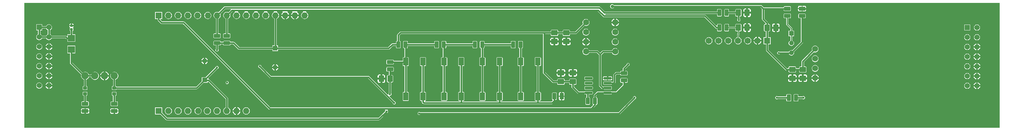
<source format=gbr>
G04*
G04 #@! TF.GenerationSoftware,Altium Limited,Altium Designer,25.8.1 (18)*
G04*
G04 Layer_Physical_Order=1*
G04 Layer_Color=255*
%FSLAX44Y44*%
%MOMM*%
G71*
G04*
G04 #@! TF.SameCoordinates,57F80322-994B-4A8F-A2F4-5028E090627E*
G04*
G04*
G04 #@! TF.FilePolarity,Positive*
G04*
G01*
G75*
%ADD13C,0.2540*%
G04:AMPARAMS|DCode=20|XSize=2.1mm|YSize=1.38mm|CornerRadius=0.1035mm|HoleSize=0mm|Usage=FLASHONLY|Rotation=270.000|XOffset=0mm|YOffset=0mm|HoleType=Round|Shape=RoundedRectangle|*
%AMROUNDEDRECTD20*
21,1,2.1000,1.1730,0,0,270.0*
21,1,1.8930,1.3800,0,0,270.0*
1,1,0.2070,-0.5865,-0.9465*
1,1,0.2070,-0.5865,0.9465*
1,1,0.2070,0.5865,0.9465*
1,1,0.2070,0.5865,-0.9465*
%
%ADD20ROUNDEDRECTD20*%
G04:AMPARAMS|DCode=21|XSize=1mm|YSize=1.7mm|CornerRadius=0.125mm|HoleSize=0mm|Usage=FLASHONLY|Rotation=180.000|XOffset=0mm|YOffset=0mm|HoleType=Round|Shape=RoundedRectangle|*
%AMROUNDEDRECTD21*
21,1,1.0000,1.4500,0,0,180.0*
21,1,0.7500,1.7000,0,0,180.0*
1,1,0.2500,-0.3750,0.7250*
1,1,0.2500,0.3750,0.7250*
1,1,0.2500,0.3750,-0.7250*
1,1,0.2500,-0.3750,-0.7250*
%
%ADD21ROUNDEDRECTD21*%
G04:AMPARAMS|DCode=22|XSize=1.97mm|YSize=0.6mm|CornerRadius=0.075mm|HoleSize=0mm|Usage=FLASHONLY|Rotation=180.000|XOffset=0mm|YOffset=0mm|HoleType=Round|Shape=RoundedRectangle|*
%AMROUNDEDRECTD22*
21,1,1.9700,0.4500,0,0,180.0*
21,1,1.8200,0.6000,0,0,180.0*
1,1,0.1500,-0.9100,0.2250*
1,1,0.1500,0.9100,0.2250*
1,1,0.1500,0.9100,-0.2250*
1,1,0.1500,-0.9100,-0.2250*
%
%ADD22ROUNDEDRECTD22*%
G04:AMPARAMS|DCode=23|XSize=1.4mm|YSize=1.7mm|CornerRadius=0.175mm|HoleSize=0mm|Usage=FLASHONLY|Rotation=0.000|XOffset=0mm|YOffset=0mm|HoleType=Round|Shape=RoundedRectangle|*
%AMROUNDEDRECTD23*
21,1,1.4000,1.3500,0,0,0.0*
21,1,1.0500,1.7000,0,0,0.0*
1,1,0.3500,0.5250,-0.6750*
1,1,0.3500,-0.5250,-0.6750*
1,1,0.3500,-0.5250,0.6750*
1,1,0.3500,0.5250,0.6750*
%
%ADD23ROUNDEDRECTD23*%
G04:AMPARAMS|DCode=24|XSize=0.6mm|YSize=0.7mm|CornerRadius=0.075mm|HoleSize=0mm|Usage=FLASHONLY|Rotation=270.000|XOffset=0mm|YOffset=0mm|HoleType=Round|Shape=RoundedRectangle|*
%AMROUNDEDRECTD24*
21,1,0.6000,0.5500,0,0,270.0*
21,1,0.4500,0.7000,0,0,270.0*
1,1,0.1500,-0.2750,-0.2250*
1,1,0.1500,-0.2750,0.2250*
1,1,0.1500,0.2750,0.2250*
1,1,0.1500,0.2750,-0.2250*
%
%ADD24ROUNDEDRECTD24*%
%ADD25R,1.8400X1.8000*%
G04:AMPARAMS|DCode=26|XSize=0.8mm|YSize=1mm|CornerRadius=0.1mm|HoleSize=0mm|Usage=FLASHONLY|Rotation=90.000|XOffset=0mm|YOffset=0mm|HoleType=Round|Shape=RoundedRectangle|*
%AMROUNDEDRECTD26*
21,1,0.8000,0.8000,0,0,90.0*
21,1,0.6000,1.0000,0,0,90.0*
1,1,0.2000,0.4000,0.3000*
1,1,0.2000,0.4000,-0.3000*
1,1,0.2000,-0.4000,-0.3000*
1,1,0.2000,-0.4000,0.3000*
%
%ADD26ROUNDEDRECTD26*%
G04:AMPARAMS|DCode=27|XSize=1mm|YSize=1.7mm|CornerRadius=0.125mm|HoleSize=0mm|Usage=FLASHONLY|Rotation=90.000|XOffset=0mm|YOffset=0mm|HoleType=Round|Shape=RoundedRectangle|*
%AMROUNDEDRECTD27*
21,1,1.0000,1.4500,0,0,90.0*
21,1,0.7500,1.7000,0,0,90.0*
1,1,0.2500,0.7250,0.3750*
1,1,0.2500,0.7250,-0.3750*
1,1,0.2500,-0.7250,-0.3750*
1,1,0.2500,-0.7250,0.3750*
%
%ADD27ROUNDEDRECTD27*%
G04:AMPARAMS|DCode=28|XSize=1.4mm|YSize=1.7mm|CornerRadius=0.175mm|HoleSize=0mm|Usage=FLASHONLY|Rotation=270.000|XOffset=0mm|YOffset=0mm|HoleType=Round|Shape=RoundedRectangle|*
%AMROUNDEDRECTD28*
21,1,1.4000,1.3500,0,0,270.0*
21,1,1.0500,1.7000,0,0,270.0*
1,1,0.3500,-0.6750,-0.5250*
1,1,0.3500,-0.6750,0.5250*
1,1,0.3500,0.6750,0.5250*
1,1,0.3500,0.6750,-0.5250*
%
%ADD28ROUNDEDRECTD28*%
%ADD51C,0.4064*%
%ADD52R,1.6500X1.6500*%
%ADD53O,1.6500X1.6500*%
%ADD54C,1.2800*%
%ADD55R,1.2800X1.2800*%
%ADD56C,1.6002*%
%ADD57C,1.2180*%
%ADD58R,1.2180X1.2180*%
%ADD59C,1.6500*%
%ADD60R,1.6500X1.6500*%
%ADD61R,1.3700X1.3700*%
%ADD62C,1.3700*%
%ADD63C,1.8796*%
%ADD64C,1.5240*%
%ADD65C,0.6000*%
%ADD66C,0.9000*%
G36*
X2547831Y2039D02*
X2039D01*
Y328831D01*
X2547831D01*
Y2039D01*
D02*
G37*
%LPC*%
G36*
X2039250Y321396D02*
X2033015D01*
Y315315D01*
X2042596D01*
Y318050D01*
X2042342Y319331D01*
X2041616Y320416D01*
X2040531Y321142D01*
X2039250Y321396D01*
D02*
G37*
G36*
X2030985D02*
X2024750D01*
X2023469Y321142D01*
X2022384Y320416D01*
X2021658Y319331D01*
X2021404Y318050D01*
Y315315D01*
X2030985D01*
Y321396D01*
D02*
G37*
G36*
X1537794Y325540D02*
X1535606D01*
X1533584Y324703D01*
X1532037Y323156D01*
X1531200Y321134D01*
Y318946D01*
X1532037Y316924D01*
X1533584Y315377D01*
X1535606Y314540D01*
X1537794D01*
X1539816Y315377D01*
X1541363Y316924D01*
X1541373Y316949D01*
X1923541D01*
X1927470Y313020D01*
Y286582D01*
X1927705Y285399D01*
X1928375Y284396D01*
X1937025Y275746D01*
X1936254Y273714D01*
X1935412D01*
X1934339Y273500D01*
X1933429Y272893D01*
X1932822Y271983D01*
X1932608Y270910D01*
Y257410D01*
X1932822Y256337D01*
X1933429Y255427D01*
X1934339Y254820D01*
X1935412Y254606D01*
X1937571D01*
Y239536D01*
X1931782D01*
Y221036D01*
X1937941D01*
Y205208D01*
X1938176Y204025D01*
X1938846Y203022D01*
X1989114Y152754D01*
X1990117Y152084D01*
X1991300Y151849D01*
X1997046D01*
Y149690D01*
X1997260Y148617D01*
X1997867Y147707D01*
X1998777Y147100D01*
X1999850Y146886D01*
X2013350D01*
X2014423Y147100D01*
X2015333Y147707D01*
X2015940Y148617D01*
X2016154Y149690D01*
Y151819D01*
X2024266D01*
Y149630D01*
X2024480Y148557D01*
X2025087Y147647D01*
X2025997Y147040D01*
X2027070Y146826D01*
X2040570D01*
X2041643Y147040D01*
X2042553Y147647D01*
X2043160Y148557D01*
X2043374Y149630D01*
Y160130D01*
X2043160Y161203D01*
X2042553Y162113D01*
X2041643Y162721D01*
X2040570Y162934D01*
X2036911D01*
Y174942D01*
X2062621Y200652D01*
X2062832Y200530D01*
X2065025Y199942D01*
X2067294D01*
X2069487Y200530D01*
X2071452Y201665D01*
X2073057Y203270D01*
X2074192Y205235D01*
X2074780Y207427D01*
Y209697D01*
X2074192Y211889D01*
X2073057Y213855D01*
X2071452Y215460D01*
X2069487Y216595D01*
X2067294Y217182D01*
X2065025D01*
X2062832Y216595D01*
X2060867Y215460D01*
X2059262Y213855D01*
X2058127Y211889D01*
X2057540Y209697D01*
Y207427D01*
X2058127Y205235D01*
X2058249Y205024D01*
X2031634Y178409D01*
X2030964Y177406D01*
X2030729Y176223D01*
Y162934D01*
X2027070D01*
X2025997Y162721D01*
X2025087Y162113D01*
X2024480Y161203D01*
X2024266Y160130D01*
Y158001D01*
X2016154D01*
Y160190D01*
X2015940Y161263D01*
X2015333Y162173D01*
X2014423Y162780D01*
X2013350Y162994D01*
X1999850D01*
X1998777Y162780D01*
X1997867Y162173D01*
X1997260Y161263D01*
X1997046Y160190D01*
Y158031D01*
X1992581D01*
X1944123Y206488D01*
Y221036D01*
X1950282D01*
Y239536D01*
X1943753D01*
Y254606D01*
X1945912D01*
X1946985Y254820D01*
X1947895Y255427D01*
X1948503Y256337D01*
X1948716Y257410D01*
Y270910D01*
X1948503Y271983D01*
X1947895Y272893D01*
X1946985Y273500D01*
X1945912Y273714D01*
X1943753D01*
Y276481D01*
X1943518Y277664D01*
X1942848Y278667D01*
X1933652Y287862D01*
Y311209D01*
X1983776D01*
Y310550D01*
X1983951Y309672D01*
X1984448Y308928D01*
X1985192Y308431D01*
X1986070Y308256D01*
X2000570D01*
X2001448Y308431D01*
X2002192Y308928D01*
X2002689Y309672D01*
X2002864Y310550D01*
Y318050D01*
X2002689Y318928D01*
X2002192Y319672D01*
X2001448Y320169D01*
X2000570Y320344D01*
X1986070D01*
X1985192Y320169D01*
X1984448Y319672D01*
X1983951Y318928D01*
X1983776Y318050D01*
Y317391D01*
X1931842D01*
X1927007Y322226D01*
X1926004Y322896D01*
X1924821Y323131D01*
X1541373D01*
X1541363Y323156D01*
X1539816Y324703D01*
X1537794Y325540D01*
D02*
G37*
G36*
X2042596Y313285D02*
X2033015D01*
Y307204D01*
X2039250D01*
X2040531Y307458D01*
X2041616Y308184D01*
X2042342Y309269D01*
X2042596Y310550D01*
Y313285D01*
D02*
G37*
G36*
X2030985D02*
X2021404D01*
Y310550D01*
X2021658Y309269D01*
X2022384Y308184D01*
X2023469Y307458D01*
X2024750Y307204D01*
X2030985D01*
Y313285D01*
D02*
G37*
G36*
X1871010Y312984D02*
X1860510D01*
X1859437Y312771D01*
X1858527Y312163D01*
X1857920Y311253D01*
X1857706Y310180D01*
Y306521D01*
X1841134D01*
Y310680D01*
X1840959Y311558D01*
X1840462Y312302D01*
X1839718Y312799D01*
X1838840Y312974D01*
X1831340D01*
X1830462Y312799D01*
X1829718Y312302D01*
X1829220Y311558D01*
X1829046Y310680D01*
Y296180D01*
X1829220Y295302D01*
X1829718Y294558D01*
X1830462Y294061D01*
X1831340Y293886D01*
X1838840D01*
X1839718Y294061D01*
X1840462Y294558D01*
X1840959Y295302D01*
X1841134Y296180D01*
Y300339D01*
X1857706D01*
Y296680D01*
X1857920Y295607D01*
X1858527Y294697D01*
X1859437Y294090D01*
X1860510Y293876D01*
X1863438D01*
Y286575D01*
X1862900Y285276D01*
Y283684D01*
X1863509Y282214D01*
X1864634Y281089D01*
X1866104Y280480D01*
X1867696D01*
X1869166Y281089D01*
X1870291Y282214D01*
X1870900Y283684D01*
Y285276D01*
X1870291Y286746D01*
X1869621Y287416D01*
Y293876D01*
X1871010D01*
X1872083Y294090D01*
X1872993Y294697D01*
X1873600Y295607D01*
X1873814Y296680D01*
Y310180D01*
X1873600Y311253D01*
X1872993Y312163D01*
X1872083Y312771D01*
X1871010Y312984D01*
D02*
G37*
G36*
X1893870Y314554D02*
X1891120D01*
Y305930D01*
X1898244D01*
Y310180D01*
X1897911Y311854D01*
X1896963Y313273D01*
X1895544Y314221D01*
X1893870Y314554D01*
D02*
G37*
G36*
X1886120D02*
X1883370D01*
X1881696Y314221D01*
X1880277Y313273D01*
X1879329Y311854D01*
X1878996Y310180D01*
Y305930D01*
X1886120D01*
Y314554D01*
D02*
G37*
G36*
X1502749Y319655D02*
X525140D01*
X523957Y319420D01*
X522954Y318750D01*
X508978Y304774D01*
X507405Y305426D01*
X504990Y305744D01*
X504990D01*
X502575Y305426D01*
X500325Y304494D01*
X498393Y303011D01*
X496910Y301079D01*
X495978Y298829D01*
X495660Y296414D01*
X495978Y293999D01*
X496910Y291749D01*
X498393Y289817D01*
X500325Y288334D01*
X501899Y287682D01*
Y249224D01*
X497740D01*
X496862Y249049D01*
X496118Y248552D01*
X495621Y247808D01*
X495446Y246930D01*
Y239430D01*
X495621Y238552D01*
X496118Y237808D01*
X496862Y237311D01*
X497740Y237136D01*
X512240D01*
X513118Y237311D01*
X513862Y237808D01*
X514359Y238552D01*
X514534Y239430D01*
Y246930D01*
X514359Y247808D01*
X513862Y248552D01*
X513118Y249049D01*
X512240Y249224D01*
X508081D01*
Y287682D01*
X509655Y288334D01*
X511587Y289817D01*
X513070Y291749D01*
X514002Y293999D01*
X514320Y296414D01*
X514002Y298829D01*
X513350Y300402D01*
X526420Y313473D01*
X540203D01*
X541045Y311441D01*
X534378Y304774D01*
X532805Y305426D01*
X530390Y305744D01*
X530390D01*
X527975Y305426D01*
X525725Y304494D01*
X523793Y303011D01*
X522310Y301079D01*
X521378Y298829D01*
X521060Y296414D01*
X521378Y293999D01*
X522310Y291749D01*
X523793Y289817D01*
X525725Y288334D01*
X527299Y287682D01*
Y249224D01*
X523140D01*
X522262Y249049D01*
X521518Y248552D01*
X521021Y247808D01*
X520846Y246930D01*
Y239430D01*
X521021Y238552D01*
X521518Y237808D01*
X522262Y237311D01*
X523140Y237136D01*
X537640D01*
X538518Y237311D01*
X539262Y237808D01*
X539759Y238552D01*
X539934Y239430D01*
Y246930D01*
X539759Y247808D01*
X539262Y248552D01*
X538518Y249049D01*
X537640Y249224D01*
X533481D01*
Y287682D01*
X535055Y288334D01*
X536987Y289817D01*
X538470Y291749D01*
X539402Y293999D01*
X539720Y296414D01*
X539402Y298829D01*
X538750Y300402D01*
X545256Y306909D01*
X551645D01*
X552049Y304877D01*
X551125Y304494D01*
X549193Y303011D01*
X547710Y301079D01*
X546778Y298829D01*
X546460Y296414D01*
X546778Y293999D01*
X547710Y291749D01*
X549193Y289817D01*
X551125Y288334D01*
X553375Y287402D01*
X555790Y287084D01*
X555790D01*
X558205Y287402D01*
X560455Y288334D01*
X562387Y289817D01*
X563870Y291749D01*
X564802Y293999D01*
X565120Y296414D01*
X564802Y298829D01*
X563870Y301079D01*
X562387Y303011D01*
X560455Y304494D01*
X559531Y304877D01*
X559935Y306909D01*
X577045D01*
X577449Y304877D01*
X576525Y304494D01*
X574593Y303011D01*
X573110Y301079D01*
X572178Y298829D01*
X571860Y296414D01*
X572178Y293999D01*
X573110Y291749D01*
X574593Y289817D01*
X576525Y288334D01*
X578775Y287402D01*
X581190Y287084D01*
X581190D01*
X583605Y287402D01*
X585855Y288334D01*
X587787Y289817D01*
X589270Y291749D01*
X590202Y293999D01*
X590520Y296414D01*
X590202Y298829D01*
X589270Y301079D01*
X587787Y303011D01*
X585855Y304494D01*
X584931Y304877D01*
X585335Y306909D01*
X602445D01*
X602849Y304877D01*
X601925Y304494D01*
X599993Y303011D01*
X598510Y301079D01*
X597578Y298829D01*
X597260Y296414D01*
X597578Y293999D01*
X598510Y291749D01*
X599993Y289817D01*
X601925Y288334D01*
X604175Y287402D01*
X606590Y287084D01*
X606590D01*
X609005Y287402D01*
X611255Y288334D01*
X613187Y289817D01*
X614670Y291749D01*
X615602Y293999D01*
X615920Y296414D01*
X615602Y298829D01*
X614670Y301079D01*
X613187Y303011D01*
X611255Y304494D01*
X610331Y304877D01*
X610735Y306909D01*
X627845D01*
X628249Y304877D01*
X627325Y304494D01*
X625393Y303011D01*
X623910Y301079D01*
X622978Y298829D01*
X622660Y296414D01*
X622978Y293999D01*
X623910Y291749D01*
X625393Y289817D01*
X627325Y288334D01*
X629575Y287402D01*
X631990Y287084D01*
X631990D01*
X634405Y287402D01*
X636655Y288334D01*
X638587Y289817D01*
X640070Y291749D01*
X641002Y293999D01*
X641320Y296414D01*
X641002Y298829D01*
X640070Y301079D01*
X638587Y303011D01*
X636655Y304494D01*
X635731Y304877D01*
X636135Y306909D01*
X653245D01*
X653649Y304877D01*
X652725Y304494D01*
X650793Y303011D01*
X649310Y301079D01*
X648378Y298829D01*
X648060Y296414D01*
X648378Y293999D01*
X649310Y291749D01*
X650793Y289817D01*
X652725Y288334D01*
X654299Y287682D01*
Y217820D01*
X649380D01*
Y213511D01*
X563021D01*
X550166Y226366D01*
X549163Y227036D01*
X547980Y227271D01*
X539934D01*
Y227930D01*
X539759Y228808D01*
X539262Y229552D01*
X538518Y230049D01*
X537640Y230224D01*
X523140D01*
X522262Y230049D01*
X521518Y229552D01*
X521021Y228808D01*
X520846Y227930D01*
Y227271D01*
X514534D01*
Y227930D01*
X514359Y228808D01*
X513862Y229552D01*
X513118Y230049D01*
X512240Y230224D01*
X497740D01*
X496862Y230049D01*
X496118Y229552D01*
X495621Y228808D01*
X495446Y227930D01*
Y220430D01*
X495621Y219552D01*
X496118Y218808D01*
X496862Y218311D01*
X497740Y218136D01*
X501899D01*
Y208320D01*
X501599Y208021D01*
X500990Y206551D01*
Y204959D01*
X501599Y203489D01*
X502724Y202364D01*
X504194Y201755D01*
X505786D01*
X507256Y202364D01*
X508381Y203489D01*
X508990Y204959D01*
Y206551D01*
X508381Y208021D01*
X508081Y208320D01*
Y218136D01*
X512240D01*
X513118Y218311D01*
X513862Y218808D01*
X514359Y219552D01*
X514534Y220430D01*
Y221089D01*
X520846D01*
Y220430D01*
X521021Y219552D01*
X521518Y218808D01*
X522262Y218311D01*
X523140Y218136D01*
X537640D01*
X538518Y218311D01*
X539262Y218808D01*
X539759Y219552D01*
X539934Y220430D01*
Y221089D01*
X546699D01*
X559554Y208234D01*
X560557Y207564D01*
X561740Y207329D01*
X649380D01*
Y203020D01*
X664180D01*
Y207329D01*
X952920D01*
X954103Y207564D01*
X955106Y208234D01*
X963781Y216909D01*
X971956D01*
Y212750D01*
X972131Y211872D01*
X972628Y211128D01*
X973372Y210631D01*
X974250Y210456D01*
X981750D01*
X982628Y210631D01*
X983372Y211128D01*
X983869Y211872D01*
X984044Y212750D01*
Y227250D01*
X983869Y228128D01*
X983372Y228872D01*
X982628Y229369D01*
X981750Y229544D01*
X981091D01*
Y243694D01*
X985186Y247789D01*
X1355809D01*
Y146660D01*
X1356044Y145477D01*
X1356714Y144474D01*
X1380184Y121004D01*
X1381187Y120334D01*
X1382370Y120099D01*
X1393066D01*
Y117940D01*
X1393280Y116867D01*
X1393887Y115957D01*
X1394797Y115350D01*
X1395870Y115136D01*
X1409370D01*
X1410443Y115350D01*
X1411353Y115957D01*
X1411960Y116867D01*
X1412174Y117940D01*
Y120099D01*
X1424056D01*
Y117940D01*
X1424270Y116867D01*
X1424877Y115957D01*
X1425787Y115350D01*
X1426860Y115136D01*
X1430519D01*
Y108460D01*
X1430754Y107277D01*
X1431424Y106274D01*
X1445904Y91794D01*
X1446907Y91124D01*
X1448090Y90889D01*
X1464223D01*
X1464503Y90468D01*
X1465082Y90082D01*
X1465765Y89946D01*
X1469499D01*
Y81934D01*
X1468840D01*
X1467962Y81759D01*
X1467218Y81262D01*
X1466721Y80518D01*
X1466546Y79640D01*
Y65140D01*
X1466721Y64262D01*
X1467218Y63518D01*
X1467962Y63021D01*
X1468840Y62846D01*
X1476340D01*
X1477218Y63021D01*
X1477962Y63518D01*
X1478459Y64262D01*
X1478634Y65140D01*
Y79640D01*
X1478459Y80518D01*
X1477962Y81262D01*
X1477218Y81759D01*
X1476340Y81934D01*
X1475681D01*
Y89946D01*
X1483965D01*
X1484648Y90082D01*
X1485227Y90468D01*
X1485614Y91047D01*
X1485749Y91730D01*
Y96230D01*
X1485614Y96913D01*
X1485227Y97492D01*
X1484648Y97879D01*
X1483965Y98014D01*
X1465765D01*
X1465082Y97879D01*
X1464503Y97492D01*
X1464223Y97071D01*
X1449371D01*
X1436701Y109740D01*
Y115136D01*
X1440360D01*
X1441433Y115350D01*
X1442343Y115957D01*
X1442950Y116867D01*
X1443164Y117940D01*
Y128440D01*
X1442950Y129513D01*
X1442343Y130423D01*
X1441433Y131030D01*
X1440360Y131244D01*
X1426860D01*
X1425787Y131030D01*
X1424877Y130423D01*
X1424270Y129513D01*
X1424056Y128440D01*
Y126281D01*
X1412174D01*
Y128440D01*
X1411960Y129513D01*
X1411353Y130423D01*
X1410443Y131030D01*
X1409370Y131244D01*
X1395870D01*
X1394797Y131030D01*
X1393887Y130423D01*
X1393280Y129513D01*
X1393066Y128440D01*
Y126281D01*
X1383651D01*
X1361991Y147941D01*
Y247789D01*
X1376066D01*
Y245630D01*
X1376280Y244557D01*
X1376887Y243647D01*
X1377797Y243040D01*
X1378870Y242826D01*
X1392370D01*
X1393443Y243040D01*
X1394353Y243647D01*
X1394960Y244557D01*
X1395174Y245630D01*
Y247789D01*
X1407066D01*
Y245630D01*
X1407280Y244557D01*
X1407887Y243647D01*
X1408797Y243040D01*
X1409870Y242826D01*
X1423370D01*
X1424443Y243040D01*
X1425353Y243647D01*
X1425960Y244557D01*
X1426174Y245630D01*
Y247789D01*
X1440870D01*
X1442053Y248024D01*
X1443056Y248694D01*
X1464303Y269941D01*
X1464646Y269742D01*
X1466935Y269129D01*
X1469305D01*
X1471594Y269742D01*
X1473647Y270927D01*
X1475323Y272603D01*
X1476508Y274656D01*
X1477121Y276945D01*
Y279315D01*
X1476508Y281604D01*
X1475323Y283657D01*
X1473647Y285333D01*
X1471594Y286518D01*
X1469305Y287131D01*
X1466935D01*
X1464646Y286518D01*
X1462593Y285333D01*
X1460917Y283657D01*
X1459732Y281604D01*
X1459119Y279315D01*
Y276945D01*
X1459732Y274656D01*
X1459931Y274312D01*
X1439590Y253972D01*
X1426174D01*
Y256130D01*
X1425960Y257203D01*
X1425353Y258113D01*
X1424443Y258720D01*
X1423370Y258934D01*
X1409870D01*
X1408797Y258720D01*
X1407887Y258113D01*
X1407280Y257203D01*
X1407066Y256130D01*
Y253972D01*
X1395174D01*
Y256130D01*
X1394960Y257203D01*
X1394353Y258113D01*
X1393443Y258720D01*
X1392370Y258934D01*
X1378870D01*
X1377797Y258720D01*
X1376887Y258113D01*
X1376280Y257203D01*
X1376066Y256130D01*
Y253972D01*
X983906D01*
X982723Y253736D01*
X981720Y253066D01*
X975814Y247160D01*
X975144Y246157D01*
X974909Y244974D01*
Y229544D01*
X974250D01*
X973372Y229369D01*
X972628Y228872D01*
X972131Y228128D01*
X971956Y227250D01*
Y223091D01*
X962500D01*
X961317Y222856D01*
X960314Y222186D01*
X951639Y213511D01*
X664180D01*
Y217820D01*
X660481D01*
Y287682D01*
X662055Y288334D01*
X663987Y289817D01*
X665470Y291749D01*
X666402Y293999D01*
X666720Y296414D01*
X666402Y298829D01*
X665470Y301079D01*
X663987Y303011D01*
X662055Y304494D01*
X661131Y304877D01*
X661535Y306909D01*
X676239D01*
X676928Y304877D01*
X675457Y303747D01*
X673809Y301599D01*
X672773Y299098D01*
X672682Y298414D01*
X692897D01*
X692807Y299098D01*
X691771Y301599D01*
X690123Y303747D01*
X688652Y304877D01*
X689341Y306909D01*
X701639D01*
X702328Y304877D01*
X700857Y303747D01*
X699209Y301599D01*
X698173Y299098D01*
X698082Y298414D01*
X718297D01*
X718207Y299098D01*
X717171Y301599D01*
X715523Y303747D01*
X714052Y304877D01*
X714741Y306909D01*
X729445D01*
X729849Y304877D01*
X728925Y304494D01*
X726993Y303011D01*
X725510Y301079D01*
X724578Y298829D01*
X724260Y296414D01*
X724578Y293999D01*
X725510Y291749D01*
X726993Y289817D01*
X728925Y288334D01*
X731175Y287402D01*
X733590Y287084D01*
X733590D01*
X736005Y287402D01*
X738255Y288334D01*
X740187Y289817D01*
X741670Y291749D01*
X742602Y293999D01*
X742920Y296414D01*
X742602Y298829D01*
X741670Y301079D01*
X740187Y303011D01*
X738255Y304494D01*
X737331Y304877D01*
X737735Y306909D01*
X1498750D01*
X1512789Y292869D01*
X1513792Y292199D01*
X1514975Y291964D01*
X1777172D01*
X1806872Y262264D01*
X1807875Y261594D01*
X1809058Y261359D01*
X1810046D01*
Y257200D01*
X1810220Y256322D01*
X1810718Y255578D01*
X1811462Y255081D01*
X1812340Y254906D01*
X1819840D01*
X1820718Y255081D01*
X1821462Y255578D01*
X1821959Y256322D01*
X1822134Y257200D01*
Y271700D01*
X1821959Y272578D01*
X1821462Y273322D01*
X1820718Y273820D01*
X1819840Y273994D01*
X1812340D01*
X1811462Y273820D01*
X1810718Y273322D01*
X1810220Y272578D01*
X1810046Y271700D01*
Y270489D01*
X1808169Y269711D01*
X1780639Y297241D01*
X1779636Y297911D01*
X1778453Y298147D01*
X1518228D01*
X1518121Y298307D01*
X1519208Y300339D01*
X1810046D01*
Y296180D01*
X1810220Y295302D01*
X1810718Y294558D01*
X1811462Y294061D01*
X1812340Y293886D01*
X1819840D01*
X1820718Y294061D01*
X1821462Y294558D01*
X1821959Y295302D01*
X1822134Y296180D01*
Y310680D01*
X1821959Y311558D01*
X1821462Y312302D01*
X1820718Y312799D01*
X1819840Y312974D01*
X1812340D01*
X1811462Y312799D01*
X1810718Y312302D01*
X1810220Y311558D01*
X1810046Y310680D01*
Y306521D01*
X1517163D01*
X1504935Y318750D01*
X1503932Y319420D01*
X1502749Y319655D01*
D02*
G37*
G36*
X1898244Y300930D02*
X1891120D01*
Y292306D01*
X1893870D01*
X1895544Y292639D01*
X1896963Y293587D01*
X1897911Y295006D01*
X1898244Y296680D01*
Y300930D01*
D02*
G37*
G36*
X1886120D02*
X1878996D01*
Y296680D01*
X1879329Y295006D01*
X1880277Y293587D01*
X1881696Y292639D01*
X1883370Y292306D01*
X1886120D01*
Y300930D01*
D02*
G37*
G36*
X480835Y305744D02*
X480835D01*
X478420Y305426D01*
X476170Y304494D01*
X474238Y303011D01*
X472755Y301079D01*
X471823Y298829D01*
X471505Y296414D01*
X471823Y293999D01*
X472755Y291749D01*
X474238Y289817D01*
X476170Y288334D01*
X478420Y287402D01*
X480835Y287084D01*
X480835D01*
X483250Y287402D01*
X485500Y288334D01*
X487432Y289817D01*
X488915Y291749D01*
X489847Y293999D01*
X490165Y296414D01*
X489847Y298829D01*
X488915Y301079D01*
X487432Y303011D01*
X485500Y304494D01*
X483250Y305426D01*
X480835Y305744D01*
D02*
G37*
G36*
X454190D02*
X454190D01*
X451775Y305426D01*
X449525Y304494D01*
X447593Y303011D01*
X446110Y301079D01*
X445178Y298829D01*
X444860Y296414D01*
X445178Y293999D01*
X446110Y291749D01*
X447593Y289817D01*
X449525Y288334D01*
X451775Y287402D01*
X454190Y287084D01*
X454190D01*
X456605Y287402D01*
X458855Y288334D01*
X460787Y289817D01*
X462270Y291749D01*
X463202Y293999D01*
X463520Y296414D01*
X463202Y298829D01*
X462270Y301079D01*
X460787Y303011D01*
X458855Y304494D01*
X456605Y305426D01*
X454190Y305744D01*
D02*
G37*
G36*
X428790D02*
X428790D01*
X426375Y305426D01*
X424125Y304494D01*
X422193Y303011D01*
X420710Y301079D01*
X419778Y298829D01*
X419460Y296414D01*
X419778Y293999D01*
X420710Y291749D01*
X422193Y289817D01*
X424125Y288334D01*
X426375Y287402D01*
X428790Y287084D01*
X428790D01*
X431205Y287402D01*
X433455Y288334D01*
X435387Y289817D01*
X436870Y291749D01*
X437802Y293999D01*
X438120Y296414D01*
X437802Y298829D01*
X436870Y301079D01*
X435387Y303011D01*
X433455Y304494D01*
X431205Y305426D01*
X428790Y305744D01*
D02*
G37*
G36*
X403390D02*
X403390D01*
X400975Y305426D01*
X398725Y304494D01*
X396793Y303011D01*
X395310Y301079D01*
X394378Y298829D01*
X394060Y296414D01*
X394378Y293999D01*
X395310Y291749D01*
X396793Y289817D01*
X398725Y288334D01*
X400975Y287402D01*
X403390Y287084D01*
X403390D01*
X405805Y287402D01*
X408055Y288334D01*
X409987Y289817D01*
X411470Y291749D01*
X412402Y293999D01*
X412720Y296414D01*
X412402Y298829D01*
X411470Y301079D01*
X409987Y303011D01*
X408055Y304494D01*
X405805Y305426D01*
X403390Y305744D01*
D02*
G37*
G36*
X377990D02*
X377990D01*
X375575Y305426D01*
X373325Y304494D01*
X371393Y303011D01*
X369910Y301079D01*
X368978Y298829D01*
X368660Y296414D01*
X368978Y293999D01*
X369910Y291749D01*
X371393Y289817D01*
X373325Y288334D01*
X375575Y287402D01*
X377990Y287084D01*
X377990D01*
X380405Y287402D01*
X382655Y288334D01*
X384587Y289817D01*
X386070Y291749D01*
X387002Y293999D01*
X387320Y296414D01*
X387002Y298829D01*
X386070Y301079D01*
X384587Y303011D01*
X382655Y304494D01*
X380405Y305426D01*
X377990Y305744D01*
D02*
G37*
G36*
X718297Y294414D02*
X710190D01*
Y286307D01*
X710874Y286397D01*
X713375Y287433D01*
X715523Y289081D01*
X717171Y291229D01*
X718207Y293730D01*
X718297Y294414D01*
D02*
G37*
G36*
X706190D02*
X698082D01*
X698173Y293730D01*
X699209Y291229D01*
X700857Y289081D01*
X703005Y287433D01*
X705506Y286397D01*
X706190Y286307D01*
Y294414D01*
D02*
G37*
G36*
X692897D02*
X684790D01*
Y286307D01*
X685474Y286397D01*
X687975Y287433D01*
X690123Y289081D01*
X691771Y291229D01*
X692807Y293730D01*
X692897Y294414D01*
D02*
G37*
G36*
X680790D02*
X672682D01*
X672773Y293730D01*
X673809Y291229D01*
X675457Y289081D01*
X677605Y287433D01*
X680106Y286397D01*
X680790Y286307D01*
Y294414D01*
D02*
G37*
G36*
X1546320Y287981D02*
Y280130D01*
X1554171D01*
X1553669Y282003D01*
X1552348Y284290D01*
X1550480Y286158D01*
X1548193Y287479D01*
X1546320Y287981D01*
D02*
G37*
G36*
X1542320Y287981D02*
X1540447Y287479D01*
X1538160Y286158D01*
X1536292Y284290D01*
X1534971Y282003D01*
X1534469Y280130D01*
X1542320D01*
Y287981D01*
D02*
G37*
G36*
X127796Y274941D02*
X126061D01*
Y270869D01*
X130632D01*
Y272104D01*
X130417Y273190D01*
X129802Y274110D01*
X128882Y274725D01*
X127796Y274941D01*
D02*
G37*
G36*
X124031D02*
X122296D01*
X121210Y274725D01*
X120290Y274110D01*
X119675Y273190D01*
X119459Y272104D01*
Y270869D01*
X124031D01*
Y274941D01*
D02*
G37*
G36*
X67193Y273100D02*
X65127D01*
X63130Y272565D01*
X61340Y271532D01*
X59878Y270070D01*
X58880Y268341D01*
X48610D01*
Y273100D01*
X32910D01*
Y257400D01*
X37669D01*
Y247130D01*
X35940Y246132D01*
X34478Y244670D01*
X33445Y242880D01*
X32910Y240884D01*
Y238817D01*
X33445Y236820D01*
X34478Y235030D01*
X35940Y233568D01*
X37730Y232535D01*
X39727Y232000D01*
X41793D01*
X43790Y232535D01*
X45580Y233568D01*
X47042Y235030D01*
X48040Y236759D01*
X58880D01*
X59878Y235030D01*
X61340Y233568D01*
X63130Y232535D01*
X65127Y232000D01*
X67193D01*
X69190Y232535D01*
X70980Y233568D01*
X72442Y235030D01*
X73440Y236759D01*
X109150D01*
X110844Y235064D01*
X111847Y234394D01*
X113030Y234159D01*
X114260D01*
Y227250D01*
X134660D01*
Y247250D01*
X128137D01*
Y255888D01*
X128479Y255956D01*
X129058Y256342D01*
X129445Y256921D01*
X129580Y257604D01*
Y262104D01*
X129445Y262787D01*
X129299Y263005D01*
X129147Y263724D01*
X129577Y265448D01*
X129802Y265598D01*
X130417Y266519D01*
X130632Y267604D01*
Y268839D01*
X125046D01*
X119459D01*
Y267604D01*
X119675Y266519D01*
X120290Y265598D01*
X120515Y265448D01*
X120945Y263724D01*
X120793Y263005D01*
X120647Y262787D01*
X120512Y262104D01*
Y257604D01*
X120647Y256921D01*
X121034Y256342D01*
X121613Y255956D01*
X121955Y255888D01*
Y247250D01*
X114260D01*
Y242955D01*
X112228Y242295D01*
X111613Y242706D01*
X110430Y242941D01*
X73440D01*
X72442Y244670D01*
X70980Y246132D01*
X69251Y247130D01*
Y257971D01*
X70980Y258969D01*
X72442Y260430D01*
X73475Y262220D01*
X74010Y264217D01*
Y266283D01*
X73475Y268280D01*
X72442Y270070D01*
X70980Y271532D01*
X69190Y272565D01*
X67193Y273100D01*
D02*
G37*
G36*
X1542320Y276130D02*
X1534469D01*
X1534971Y274257D01*
X1536292Y271970D01*
X1538160Y270102D01*
X1540447Y268781D01*
X1542320Y268279D01*
Y276130D01*
D02*
G37*
G36*
X1554171D02*
X1546320D01*
Y268279D01*
X1548193Y268781D01*
X1550480Y270102D01*
X1552348Y271970D01*
X1553669Y274257D01*
X1554171Y276130D01*
D02*
G37*
G36*
X1893870Y275574D02*
X1891120D01*
Y266950D01*
X1898244D01*
Y271200D01*
X1897911Y272874D01*
X1896963Y274293D01*
X1895544Y275241D01*
X1893870Y275574D01*
D02*
G37*
G36*
X1886120D02*
X1883370D01*
X1881696Y275241D01*
X1880277Y274293D01*
X1879329Y272874D01*
X1878996Y271200D01*
Y266950D01*
X1886120D01*
Y275574D01*
D02*
G37*
G36*
X1871010Y274004D02*
X1860510D01*
X1859437Y273790D01*
X1858527Y273183D01*
X1857920Y272273D01*
X1857706Y271200D01*
Y266765D01*
X1841134D01*
Y271700D01*
X1840959Y272578D01*
X1840462Y273322D01*
X1839718Y273820D01*
X1838840Y273994D01*
X1831340D01*
X1830462Y273820D01*
X1829718Y273322D01*
X1829220Y272578D01*
X1829046Y271700D01*
Y257200D01*
X1829220Y256322D01*
X1829718Y255578D01*
X1830462Y255081D01*
X1831340Y254906D01*
X1838840D01*
X1839718Y255081D01*
X1840462Y255578D01*
X1840959Y256322D01*
X1841134Y257200D01*
Y262136D01*
X1857706D01*
Y257700D01*
X1857920Y256627D01*
X1858527Y255717D01*
X1859437Y255110D01*
X1860510Y254896D01*
X1863445D01*
Y248673D01*
X1863195Y248423D01*
X1862694Y247672D01*
X1862518Y246786D01*
Y239242D01*
X1861262Y238906D01*
X1859152Y237688D01*
X1857430Y235966D01*
X1856212Y233856D01*
X1855582Y231504D01*
Y229068D01*
X1856212Y226716D01*
X1857430Y224606D01*
X1859152Y222884D01*
X1861262Y221666D01*
X1863614Y221036D01*
X1866050D01*
X1868402Y221666D01*
X1870512Y222884D01*
X1872234Y224606D01*
X1873452Y226716D01*
X1874082Y229068D01*
Y231504D01*
X1873452Y233856D01*
X1872234Y235966D01*
X1870512Y237688D01*
X1868402Y238906D01*
X1867146Y239242D01*
Y245827D01*
X1867397Y246077D01*
X1867898Y246828D01*
X1868074Y247714D01*
Y254896D01*
X1871010D01*
X1872083Y255110D01*
X1872993Y255717D01*
X1873600Y256627D01*
X1873814Y257700D01*
Y271200D01*
X1873600Y272273D01*
X1872993Y273183D01*
X1872083Y273790D01*
X1871010Y274004D01*
D02*
G37*
G36*
X1968772Y275284D02*
X1966022D01*
Y266660D01*
X1973146D01*
Y270910D01*
X1972813Y272584D01*
X1971865Y274003D01*
X1970446Y274951D01*
X1968772Y275284D01*
D02*
G37*
G36*
X1961022D02*
X1958272D01*
X1956598Y274951D01*
X1955179Y274003D01*
X1954231Y272584D01*
X1953898Y270910D01*
Y266660D01*
X1961022D01*
Y275284D01*
D02*
G37*
G36*
X2489554Y272700D02*
X2487487D01*
X2485490Y272165D01*
X2483700Y271132D01*
X2482238Y269670D01*
X2481205Y267880D01*
X2480670Y265884D01*
Y263817D01*
X2481205Y261820D01*
X2482238Y260030D01*
X2483700Y258568D01*
X2485490Y257535D01*
X2487487Y257000D01*
X2489554D01*
X2491550Y257535D01*
X2493340Y258568D01*
X2494802Y260030D01*
X2495835Y261820D01*
X2496370Y263817D01*
Y265884D01*
X2495835Y267880D01*
X2494802Y269670D01*
X2493340Y271132D01*
X2491550Y272165D01*
X2489554Y272700D01*
D02*
G37*
G36*
X2470970D02*
X2455270D01*
Y257000D01*
X2470970D01*
Y272700D01*
D02*
G37*
G36*
X1898244Y261950D02*
X1891120D01*
Y253326D01*
X1893870D01*
X1895544Y253659D01*
X1896963Y254607D01*
X1897911Y256026D01*
X1898244Y257700D01*
Y261950D01*
D02*
G37*
G36*
X1886120D02*
X1878996D01*
Y257700D01*
X1879329Y256026D01*
X1880277Y254607D01*
X1881696Y253659D01*
X1883370Y253326D01*
X1886120D01*
Y261950D01*
D02*
G37*
G36*
X1973146Y261660D02*
X1966022D01*
Y253036D01*
X1968772D01*
X1970446Y253369D01*
X1971865Y254317D01*
X1972813Y255736D01*
X1973146Y257410D01*
Y261660D01*
D02*
G37*
G36*
X1961022D02*
X1953898D01*
Y257410D01*
X1954231Y255736D01*
X1955179Y254317D01*
X1956598Y253369D01*
X1958272Y253036D01*
X1961022D01*
Y261660D01*
D02*
G37*
G36*
X1545505Y261731D02*
X1543135D01*
X1540846Y261118D01*
X1538793Y259933D01*
X1537117Y258257D01*
X1535932Y256204D01*
X1535319Y253915D01*
Y251545D01*
X1535932Y249256D01*
X1537117Y247203D01*
X1538793Y245527D01*
X1540846Y244342D01*
X1543135Y243729D01*
X1545505D01*
X1547794Y244342D01*
X1549847Y245527D01*
X1551523Y247203D01*
X1552708Y249256D01*
X1553321Y251545D01*
Y253915D01*
X1552708Y256204D01*
X1551523Y258257D01*
X1549847Y259933D01*
X1547794Y261118D01*
X1545505Y261731D01*
D02*
G37*
G36*
X1469305D02*
X1466935D01*
X1464646Y261118D01*
X1462593Y259933D01*
X1460917Y258257D01*
X1459732Y256204D01*
X1459119Y253915D01*
Y251545D01*
X1459732Y249256D01*
X1460917Y247203D01*
X1462593Y245527D01*
X1464646Y244342D01*
X1466935Y243729D01*
X1469305D01*
X1471594Y244342D01*
X1473647Y245527D01*
X1475323Y247203D01*
X1476508Y249256D01*
X1477121Y251545D01*
Y253915D01*
X1476508Y256204D01*
X1475323Y258257D01*
X1473647Y259933D01*
X1471594Y261118D01*
X1469305Y261731D01*
D02*
G37*
G36*
X1917632Y240395D02*
Y232286D01*
X1925741D01*
X1925213Y234255D01*
X1923860Y236599D01*
X1921945Y238514D01*
X1919601Y239867D01*
X1917632Y240395D01*
D02*
G37*
G36*
X1913632Y240395D02*
X1911663Y239867D01*
X1909319Y238514D01*
X1907404Y236599D01*
X1906051Y234255D01*
X1905523Y232286D01*
X1913632D01*
Y240395D01*
D02*
G37*
G36*
X2489554Y247300D02*
X2487487D01*
X2485490Y246765D01*
X2483700Y245732D01*
X2482238Y244270D01*
X2481205Y242480D01*
X2480670Y240483D01*
Y238417D01*
X2481205Y236420D01*
X2482238Y234630D01*
X2483700Y233169D01*
X2485490Y232135D01*
X2487487Y231600D01*
X2489554D01*
X2491550Y232135D01*
X2493340Y233169D01*
X2494802Y234630D01*
X2495835Y236420D01*
X2496370Y238417D01*
Y240483D01*
X2495835Y242480D01*
X2494802Y244270D01*
X2493340Y245732D01*
X2491550Y246765D01*
X2489554Y247300D01*
D02*
G37*
G36*
X2464153D02*
X2462086D01*
X2460090Y246765D01*
X2458300Y245732D01*
X2456838Y244270D01*
X2455805Y242480D01*
X2455270Y240483D01*
Y238417D01*
X2455805Y236420D01*
X2456838Y234630D01*
X2458300Y233169D01*
X2460090Y232135D01*
X2462086Y231600D01*
X2464153D01*
X2466150Y232135D01*
X2467940Y233169D01*
X2469402Y234630D01*
X2470435Y236420D01*
X2470970Y238417D01*
Y240483D01*
X2470435Y242480D01*
X2469402Y244270D01*
X2467940Y245732D01*
X2466150Y246765D01*
X2464153Y247300D01*
D02*
G37*
G36*
X1423370Y237644D02*
X1419120D01*
Y230520D01*
X1427744D01*
Y233270D01*
X1427411Y234944D01*
X1426463Y236363D01*
X1425044Y237311D01*
X1423370Y237644D01*
D02*
G37*
G36*
X1414120D02*
X1409870D01*
X1408196Y237311D01*
X1406777Y236363D01*
X1405829Y234944D01*
X1405496Y233270D01*
Y230520D01*
X1414120D01*
Y237644D01*
D02*
G37*
G36*
X1392370D02*
X1388120D01*
Y230520D01*
X1396744D01*
Y233270D01*
X1396411Y234944D01*
X1395463Y236363D01*
X1394044Y237311D01*
X1392370Y237644D01*
D02*
G37*
G36*
X1383120D02*
X1378870D01*
X1377196Y237311D01*
X1375777Y236363D01*
X1374829Y234944D01*
X1374496Y233270D01*
Y230520D01*
X1383120D01*
Y237644D01*
D02*
G37*
G36*
X1470120Y237181D02*
Y229330D01*
X1477971D01*
X1477469Y231203D01*
X1476148Y233490D01*
X1474280Y235358D01*
X1471993Y236679D01*
X1470120Y237181D01*
D02*
G37*
G36*
X1466120Y237181D02*
X1464247Y236679D01*
X1461960Y235358D01*
X1460092Y233490D01*
X1458771Y231203D01*
X1458269Y229330D01*
X1466120D01*
Y237181D01*
D02*
G37*
G36*
X1281750Y229544D02*
X1274250D01*
X1273372Y229369D01*
X1272628Y228872D01*
X1272131Y228128D01*
X1271956Y227250D01*
Y223091D01*
X1203044D01*
Y227250D01*
X1202869Y228128D01*
X1202372Y228872D01*
X1201628Y229369D01*
X1200750Y229544D01*
X1193250D01*
X1192372Y229369D01*
X1191628Y228872D01*
X1191131Y228128D01*
X1190956Y227250D01*
Y212750D01*
X1191131Y211872D01*
X1191628Y211128D01*
X1192372Y210631D01*
X1193250Y210456D01*
X1194209D01*
Y187040D01*
X1191735D01*
X1190941Y186882D01*
X1190268Y186432D01*
X1189818Y185759D01*
X1189660Y184965D01*
Y166035D01*
X1189818Y165241D01*
X1190268Y164568D01*
X1190941Y164118D01*
X1191735Y163960D01*
X1194509D01*
Y96040D01*
X1191735D01*
X1190941Y95882D01*
X1190268Y95432D01*
X1189818Y94759D01*
X1189660Y93965D01*
Y75035D01*
X1189818Y74241D01*
X1190268Y73568D01*
X1190941Y73118D01*
X1191735Y72960D01*
X1203465D01*
X1204259Y73118D01*
X1204932Y73568D01*
X1205382Y74241D01*
X1205540Y75035D01*
Y93965D01*
X1205382Y94759D01*
X1204932Y95432D01*
X1204259Y95882D01*
X1203465Y96040D01*
X1200691D01*
Y163960D01*
X1203465D01*
X1204259Y164118D01*
X1204932Y164568D01*
X1205382Y165241D01*
X1205540Y166035D01*
Y184965D01*
X1205382Y185759D01*
X1204932Y186432D01*
X1204259Y186882D01*
X1203465Y187040D01*
X1200391D01*
Y210456D01*
X1200750D01*
X1201628Y210631D01*
X1202372Y211128D01*
X1202869Y211872D01*
X1203044Y212750D01*
Y216909D01*
X1271956D01*
Y212750D01*
X1272131Y211872D01*
X1272628Y211128D01*
X1273372Y210631D01*
X1274250Y210456D01*
X1281750D01*
X1282628Y210631D01*
X1283372Y211128D01*
X1283869Y211872D01*
X1284044Y212750D01*
Y227250D01*
X1283869Y228128D01*
X1283372Y228872D01*
X1282628Y229369D01*
X1281750Y229544D01*
D02*
G37*
G36*
X1181750D02*
X1174250D01*
X1173372Y229369D01*
X1172628Y228872D01*
X1172131Y228128D01*
X1171956Y227250D01*
Y223091D01*
X1103044D01*
Y227250D01*
X1102869Y228128D01*
X1102372Y228872D01*
X1101628Y229369D01*
X1100750Y229544D01*
X1093250D01*
X1092372Y229369D01*
X1091628Y228872D01*
X1091131Y228128D01*
X1090956Y227250D01*
Y212750D01*
X1091131Y211872D01*
X1091628Y211128D01*
X1092372Y210631D01*
X1093250Y210456D01*
X1094209D01*
Y187040D01*
X1091735D01*
X1090941Y186882D01*
X1090268Y186432D01*
X1089818Y185759D01*
X1089660Y184965D01*
Y166035D01*
X1089818Y165241D01*
X1090268Y164568D01*
X1090941Y164118D01*
X1091735Y163960D01*
X1094509D01*
Y96040D01*
X1091735D01*
X1090941Y95882D01*
X1090268Y95432D01*
X1089818Y94759D01*
X1089660Y93965D01*
Y75035D01*
X1089818Y74241D01*
X1090268Y73568D01*
X1090941Y73118D01*
X1091735Y72960D01*
X1103465D01*
X1104259Y73118D01*
X1104932Y73568D01*
X1105382Y74241D01*
X1105540Y75035D01*
Y93965D01*
X1105382Y94759D01*
X1104932Y95432D01*
X1104259Y95882D01*
X1103465Y96040D01*
X1100691D01*
Y163960D01*
X1103465D01*
X1104259Y164118D01*
X1104932Y164568D01*
X1105382Y165241D01*
X1105540Y166035D01*
Y184965D01*
X1105382Y185759D01*
X1104932Y186432D01*
X1104259Y186882D01*
X1103465Y187040D01*
X1100391D01*
Y210456D01*
X1100750D01*
X1101628Y210631D01*
X1102372Y211128D01*
X1102869Y211872D01*
X1103044Y212750D01*
Y216909D01*
X1171956D01*
Y212750D01*
X1172131Y211872D01*
X1172628Y211128D01*
X1173372Y210631D01*
X1174250Y210456D01*
X1181750D01*
X1182628Y210631D01*
X1183372Y211128D01*
X1183869Y211872D01*
X1184044Y212750D01*
Y227250D01*
X1183869Y228128D01*
X1183372Y228872D01*
X1182628Y229369D01*
X1181750Y229544D01*
D02*
G37*
G36*
X1081750D02*
X1074250D01*
X1073372Y229369D01*
X1072628Y228872D01*
X1072131Y228128D01*
X1071956Y227250D01*
Y223091D01*
X1003044D01*
Y227250D01*
X1002869Y228128D01*
X1002372Y228872D01*
X1001628Y229369D01*
X1000750Y229544D01*
X993250D01*
X992372Y229369D01*
X991628Y228872D01*
X991131Y228128D01*
X990956Y227250D01*
Y212750D01*
X991131Y211872D01*
X991628Y211128D01*
X992372Y210631D01*
X993250Y210456D01*
X994209D01*
Y187040D01*
X991735D01*
X990941Y186882D01*
X990268Y186432D01*
X989818Y185759D01*
X989660Y184965D01*
Y177591D01*
X966164D01*
Y178250D01*
X965989Y179128D01*
X965492Y179872D01*
X964748Y180369D01*
X963870Y180544D01*
X949370D01*
X948492Y180369D01*
X947748Y179872D01*
X947251Y179128D01*
X947076Y178250D01*
Y170750D01*
X947251Y169872D01*
X947748Y169128D01*
X948492Y168631D01*
X949370Y168456D01*
X963870D01*
X964748Y168631D01*
X965492Y169128D01*
X965989Y169872D01*
X966164Y170750D01*
Y171409D01*
X989660D01*
Y166035D01*
X989818Y165241D01*
X990268Y164568D01*
X990941Y164118D01*
X991735Y163960D01*
X994509D01*
Y96040D01*
X991735D01*
X990941Y95882D01*
X990268Y95432D01*
X989818Y94759D01*
X989660Y93965D01*
Y75035D01*
X989818Y74241D01*
X990268Y73568D01*
X990941Y73118D01*
X991735Y72960D01*
X1003465D01*
X1004259Y73118D01*
X1004932Y73568D01*
X1005382Y74241D01*
X1005540Y75035D01*
Y93965D01*
X1005382Y94759D01*
X1004932Y95432D01*
X1004259Y95882D01*
X1003465Y96040D01*
X1000691D01*
Y163960D01*
X1003465D01*
X1004259Y164118D01*
X1004932Y164568D01*
X1005382Y165241D01*
X1005540Y166035D01*
Y184965D01*
X1005382Y185759D01*
X1004932Y186432D01*
X1004259Y186882D01*
X1003465Y187040D01*
X1000391D01*
Y210456D01*
X1000750D01*
X1001628Y210631D01*
X1002372Y211128D01*
X1002869Y211872D01*
X1003044Y212750D01*
Y216909D01*
X1071956D01*
Y212750D01*
X1072131Y211872D01*
X1072628Y211128D01*
X1073372Y210631D01*
X1074250Y210456D01*
X1081750D01*
X1082628Y210631D01*
X1083372Y211128D01*
X1083869Y211872D01*
X1084044Y212750D01*
Y227250D01*
X1083869Y228128D01*
X1083372Y228872D01*
X1082628Y229369D01*
X1081750Y229544D01*
D02*
G37*
G36*
X1891450Y239536D02*
X1889014D01*
X1886662Y238906D01*
X1884552Y237688D01*
X1882830Y235966D01*
X1881612Y233856D01*
X1880982Y231504D01*
Y229068D01*
X1881612Y226716D01*
X1882830Y224606D01*
X1884552Y222884D01*
X1886662Y221666D01*
X1889014Y221036D01*
X1891450D01*
X1893802Y221666D01*
X1895912Y222884D01*
X1897634Y224606D01*
X1898852Y226716D01*
X1899482Y229068D01*
Y231504D01*
X1898852Y233856D01*
X1897634Y235966D01*
X1895912Y237688D01*
X1893802Y238906D01*
X1891450Y239536D01*
D02*
G37*
G36*
X1840650D02*
X1838214D01*
X1835862Y238906D01*
X1833752Y237688D01*
X1832030Y235966D01*
X1830812Y233856D01*
X1830182Y231504D01*
Y229068D01*
X1830812Y226716D01*
X1832030Y224606D01*
X1833752Y222884D01*
X1835862Y221666D01*
X1838214Y221036D01*
X1840650D01*
X1843002Y221666D01*
X1845112Y222884D01*
X1846834Y224606D01*
X1848052Y226716D01*
X1848682Y229068D01*
Y231504D01*
X1848052Y233856D01*
X1846834Y235966D01*
X1845112Y237688D01*
X1843002Y238906D01*
X1840650Y239536D01*
D02*
G37*
G36*
X1815250D02*
X1812814D01*
X1810462Y238906D01*
X1808352Y237688D01*
X1806630Y235966D01*
X1805412Y233856D01*
X1804782Y231504D01*
Y229068D01*
X1805412Y226716D01*
X1806630Y224606D01*
X1808352Y222884D01*
X1810462Y221666D01*
X1812814Y221036D01*
X1815250D01*
X1817602Y221666D01*
X1819712Y222884D01*
X1821434Y224606D01*
X1822652Y226716D01*
X1823282Y229068D01*
Y231504D01*
X1822652Y233856D01*
X1821434Y235966D01*
X1819712Y237688D01*
X1817602Y238906D01*
X1815250Y239536D01*
D02*
G37*
G36*
X1789850D02*
X1787414D01*
X1785062Y238906D01*
X1782952Y237688D01*
X1781230Y235966D01*
X1780012Y233856D01*
X1779382Y231504D01*
Y229068D01*
X1780012Y226716D01*
X1781230Y224606D01*
X1782952Y222884D01*
X1785062Y221666D01*
X1787414Y221036D01*
X1789850D01*
X1792202Y221666D01*
X1794312Y222884D01*
X1796034Y224606D01*
X1797252Y226716D01*
X1797882Y229068D01*
Y231504D01*
X1797252Y233856D01*
X1796034Y235966D01*
X1794312Y237688D01*
X1792202Y238906D01*
X1789850Y239536D01*
D02*
G37*
G36*
X1913632Y228286D02*
X1905523D01*
X1906051Y226317D01*
X1907404Y223973D01*
X1909319Y222058D01*
X1911663Y220705D01*
X1913632Y220177D01*
Y228286D01*
D02*
G37*
G36*
X1925741D02*
X1917632D01*
Y220177D01*
X1919601Y220705D01*
X1921945Y222058D01*
X1923860Y223973D01*
X1925213Y226317D01*
X1925741Y228286D01*
D02*
G37*
G36*
X1427744Y225520D02*
X1419120D01*
Y218396D01*
X1423370D01*
X1425044Y218729D01*
X1426463Y219677D01*
X1427411Y221096D01*
X1427744Y222770D01*
Y225520D01*
D02*
G37*
G36*
X1414120D02*
X1405496D01*
Y222770D01*
X1405829Y221096D01*
X1406777Y219677D01*
X1408196Y218729D01*
X1409870Y218396D01*
X1414120D01*
Y225520D01*
D02*
G37*
G36*
X1396744Y225520D02*
X1388120D01*
Y218396D01*
X1392370D01*
X1394044Y218729D01*
X1395463Y219677D01*
X1396411Y221096D01*
X1396744Y222770D01*
Y225520D01*
D02*
G37*
G36*
X1383120D02*
X1374496D01*
Y222770D01*
X1374829Y221096D01*
X1375777Y219677D01*
X1377196Y218729D01*
X1378870Y218396D01*
X1383120D01*
Y225520D01*
D02*
G37*
G36*
X1545505Y236331D02*
X1543135D01*
X1540846Y235718D01*
X1538793Y234533D01*
X1537117Y232857D01*
X1535932Y230804D01*
X1535319Y228515D01*
Y226145D01*
X1535932Y223856D01*
X1537117Y221803D01*
X1538793Y220127D01*
X1540846Y218942D01*
X1543135Y218329D01*
X1545505D01*
X1547794Y218942D01*
X1549847Y220127D01*
X1551523Y221803D01*
X1552708Y223856D01*
X1553321Y226145D01*
Y228515D01*
X1552708Y230804D01*
X1551523Y232857D01*
X1549847Y234533D01*
X1547794Y235718D01*
X1545505Y236331D01*
D02*
G37*
G36*
X1477971Y225330D02*
X1470120D01*
Y217479D01*
X1471993Y217981D01*
X1474280Y219302D01*
X1476148Y221170D01*
X1477469Y223457D01*
X1477971Y225330D01*
D02*
G37*
G36*
X1466120D02*
X1458269D01*
X1458771Y223457D01*
X1460092Y221170D01*
X1461960Y219302D01*
X1464247Y217981D01*
X1466120Y217479D01*
Y225330D01*
D02*
G37*
G36*
X2000570Y301344D02*
X1986070D01*
X1985192Y301169D01*
X1984448Y300672D01*
X1983951Y299928D01*
X1983776Y299050D01*
Y291550D01*
X1983951Y290672D01*
X1984448Y289928D01*
X1985192Y289431D01*
X1986070Y289256D01*
X1991006D01*
Y272710D01*
X1991182Y271824D01*
X1991683Y271073D01*
X2001745Y261011D01*
Y256360D01*
X1996970D01*
Y242180D01*
X2001745D01*
Y230590D01*
X2001323Y230477D01*
X1999707Y229543D01*
X1998387Y228223D01*
X1997453Y226607D01*
X1996970Y224804D01*
Y222937D01*
X1997453Y221133D01*
X1998387Y219517D01*
X1999707Y218197D01*
X2001323Y217263D01*
X2003127Y216780D01*
X2004993D01*
X2006797Y217263D01*
X2008413Y218197D01*
X2009733Y219517D01*
X2010667Y221133D01*
X2011150Y222937D01*
Y224804D01*
X2010667Y226607D01*
X2009733Y228223D01*
X2008413Y229543D01*
X2006797Y230477D01*
X2006375Y230590D01*
Y242180D01*
X2011150D01*
Y256360D01*
X2006375D01*
Y261970D01*
X2006198Y262856D01*
X2005697Y263607D01*
X1995634Y273669D01*
Y289256D01*
X2000570D01*
X2001448Y289431D01*
X2002192Y289928D01*
X2002689Y290672D01*
X2002864Y291550D01*
Y299050D01*
X2002689Y299928D01*
X2002192Y300672D01*
X2001448Y301169D01*
X2000570Y301344D01*
D02*
G37*
G36*
X68160Y223109D02*
Y216450D01*
X74819D01*
X74437Y217878D01*
X73267Y219904D01*
X71614Y221557D01*
X69588Y222727D01*
X68160Y223109D01*
D02*
G37*
G36*
X64160D02*
X62732Y222727D01*
X60706Y221557D01*
X59053Y219904D01*
X57883Y217878D01*
X57501Y216450D01*
X64160D01*
Y223109D01*
D02*
G37*
G36*
X2490520Y222710D02*
Y216050D01*
X2497179D01*
X2496797Y217478D01*
X2495627Y219504D01*
X2493974Y221157D01*
X2491948Y222327D01*
X2490520Y222710D01*
D02*
G37*
G36*
X2486520D02*
X2485092Y222327D01*
X2483066Y221157D01*
X2481413Y219504D01*
X2480243Y217478D01*
X2479861Y216050D01*
X2486520D01*
Y222710D01*
D02*
G37*
G36*
X41793Y222300D02*
X39727D01*
X37730Y221765D01*
X35940Y220732D01*
X34478Y219270D01*
X33445Y217480D01*
X32910Y215483D01*
Y213417D01*
X33445Y211420D01*
X34478Y209630D01*
X35940Y208169D01*
X37730Y207135D01*
X39727Y206600D01*
X41793D01*
X43790Y207135D01*
X45580Y208169D01*
X47042Y209630D01*
X48075Y211420D01*
X48610Y213417D01*
Y215483D01*
X48075Y217480D01*
X47042Y219270D01*
X45580Y220732D01*
X43790Y221765D01*
X41793Y222300D01*
D02*
G37*
G36*
X2464153Y221900D02*
X2462086D01*
X2460090Y221365D01*
X2458300Y220332D01*
X2456838Y218870D01*
X2455805Y217080D01*
X2455270Y215084D01*
Y213017D01*
X2455805Y211020D01*
X2456838Y209230D01*
X2458300Y207768D01*
X2460090Y206735D01*
X2462086Y206200D01*
X2464153D01*
X2466150Y206735D01*
X2467940Y207768D01*
X2469402Y209230D01*
X2470435Y211020D01*
X2470970Y213017D01*
Y215084D01*
X2470435Y217080D01*
X2469402Y218870D01*
X2467940Y220332D01*
X2466150Y221365D01*
X2464153Y221900D01*
D02*
G37*
G36*
X74819Y212450D02*
X68160D01*
Y205791D01*
X69588Y206173D01*
X71614Y207343D01*
X73267Y208996D01*
X74437Y211022D01*
X74819Y212450D01*
D02*
G37*
G36*
X64160D02*
X57501D01*
X57883Y211022D01*
X59053Y208996D01*
X60706Y207343D01*
X62732Y206173D01*
X64160Y205791D01*
Y212450D01*
D02*
G37*
G36*
X2497179Y212050D02*
X2490520D01*
Y205391D01*
X2491948Y205773D01*
X2493974Y206943D01*
X2495627Y208596D01*
X2496797Y210622D01*
X2497179Y212050D01*
D02*
G37*
G36*
X2486520D02*
X2479861D01*
X2480243Y210622D01*
X2481413Y208596D01*
X2483066Y206943D01*
X2485092Y205773D01*
X2486520Y205391D01*
Y212050D01*
D02*
G37*
G36*
X2039250Y301344D02*
X2024750D01*
X2023872Y301169D01*
X2023128Y300672D01*
X2022631Y299928D01*
X2022456Y299050D01*
Y291550D01*
X2022631Y290672D01*
X2023128Y289928D01*
X2023872Y289431D01*
X2024750Y289256D01*
X2028909D01*
Y227691D01*
X2006401Y205183D01*
X2004993Y205560D01*
X2003127D01*
X2001323Y205077D01*
X1999707Y204144D01*
X1998387Y202823D01*
X1997557Y201386D01*
X1973430D01*
X1973306Y201511D01*
X1971836Y202120D01*
X1970244D01*
X1968774Y201511D01*
X1967649Y200386D01*
X1967040Y198916D01*
Y197324D01*
X1967649Y195854D01*
X1968774Y194729D01*
X1970244Y194120D01*
X1971836D01*
X1973306Y194729D01*
X1973780Y195204D01*
X1997759D01*
X1998387Y194117D01*
X1999707Y192797D01*
X2001323Y191863D01*
X2003127Y191380D01*
X2004993D01*
X2006797Y191863D01*
X2008413Y192797D01*
X2009733Y194117D01*
X2010667Y195733D01*
X2011150Y197537D01*
Y199403D01*
X2010773Y200811D01*
X2034186Y224224D01*
X2034856Y225227D01*
X2035091Y226410D01*
Y289256D01*
X2039250D01*
X2040128Y289431D01*
X2040872Y289928D01*
X2041369Y290672D01*
X2041544Y291550D01*
Y299050D01*
X2041369Y299928D01*
X2040872Y300672D01*
X2040128Y301169D01*
X2039250Y301344D01*
D02*
G37*
G36*
X1545505Y210931D02*
X1543135D01*
X1540846Y210318D01*
X1538793Y209133D01*
X1537117Y207457D01*
X1535932Y205404D01*
X1535830Y205021D01*
X1512570D01*
X1511387Y204786D01*
X1510384Y204116D01*
X1504950Y198682D01*
X1499516Y204116D01*
X1498513Y204786D01*
X1497330Y205021D01*
X1476610D01*
X1476508Y205404D01*
X1475323Y207457D01*
X1473647Y209133D01*
X1471594Y210318D01*
X1469305Y210931D01*
X1466935D01*
X1464646Y210318D01*
X1462593Y209133D01*
X1460917Y207457D01*
X1459732Y205404D01*
X1459119Y203115D01*
Y200745D01*
X1459732Y198456D01*
X1460917Y196403D01*
X1462593Y194727D01*
X1464646Y193542D01*
X1466935Y192929D01*
X1469305D01*
X1471594Y193542D01*
X1473647Y194727D01*
X1475323Y196403D01*
X1476508Y198456D01*
X1476610Y198839D01*
X1496049D01*
X1501859Y193029D01*
Y113030D01*
X1502094Y111847D01*
X1502764Y110844D01*
X1509114Y104494D01*
X1510117Y103824D01*
X1511300Y103589D01*
X1513622D01*
X1513903Y103168D01*
X1514482Y102781D01*
X1515165Y102646D01*
X1533365D01*
X1534048Y102781D01*
X1534627Y103168D01*
X1535013Y103747D01*
X1535149Y104430D01*
Y108930D01*
X1535013Y109613D01*
X1534627Y110192D01*
X1534048Y110578D01*
X1533365Y110714D01*
X1515165D01*
X1514482Y110578D01*
X1513903Y110192D01*
X1511853Y110499D01*
X1508041Y114311D01*
Y193029D01*
X1513851Y198839D01*
X1535830D01*
X1535932Y198456D01*
X1537117Y196403D01*
X1538793Y194727D01*
X1540846Y193542D01*
X1543135Y192929D01*
X1545505D01*
X1547794Y193542D01*
X1549847Y194727D01*
X1551523Y196403D01*
X1552708Y198456D01*
X1553321Y200745D01*
Y203115D01*
X1552708Y205404D01*
X1551523Y207457D01*
X1549847Y209133D01*
X1547794Y210318D01*
X1545505Y210931D01*
D02*
G37*
G36*
X68160Y197710D02*
Y191050D01*
X74819D01*
X74437Y192478D01*
X73267Y194504D01*
X71614Y196157D01*
X69588Y197327D01*
X68160Y197710D01*
D02*
G37*
G36*
X64160D02*
X62732Y197327D01*
X60706Y196157D01*
X59053Y194504D01*
X57883Y192478D01*
X57501Y191050D01*
X64160D01*
Y197710D01*
D02*
G37*
G36*
X2490520Y197309D02*
Y190650D01*
X2497179D01*
X2496797Y192078D01*
X2495627Y194104D01*
X2493974Y195757D01*
X2491948Y196927D01*
X2490520Y197309D01*
D02*
G37*
G36*
X2486520D02*
X2485092Y196927D01*
X2483066Y195757D01*
X2481413Y194104D01*
X2480243Y192078D01*
X2479861Y190650D01*
X2486520D01*
Y197309D01*
D02*
G37*
G36*
X41793Y196900D02*
X39727D01*
X37730Y196365D01*
X35940Y195332D01*
X34478Y193870D01*
X33445Y192080D01*
X32910Y190084D01*
Y188017D01*
X33445Y186020D01*
X34478Y184230D01*
X35940Y182768D01*
X37730Y181735D01*
X39727Y181200D01*
X41793D01*
X43790Y181735D01*
X45580Y182768D01*
X47042Y184230D01*
X48075Y186020D01*
X48610Y188017D01*
Y190084D01*
X48075Y192080D01*
X47042Y193870D01*
X45580Y195332D01*
X43790Y196365D01*
X41793Y196900D01*
D02*
G37*
G36*
X2464153Y196500D02*
X2462086D01*
X2460090Y195965D01*
X2458300Y194932D01*
X2456838Y193470D01*
X2455805Y191680D01*
X2455270Y189683D01*
Y187617D01*
X2455805Y185620D01*
X2456838Y183830D01*
X2458300Y182369D01*
X2460090Y181335D01*
X2462086Y180800D01*
X2464153D01*
X2466150Y181335D01*
X2467940Y182369D01*
X2469402Y183830D01*
X2470435Y185620D01*
X2470970Y187617D01*
Y189683D01*
X2470435Y191680D01*
X2469402Y193470D01*
X2467940Y194932D01*
X2466150Y195965D01*
X2464153Y196500D01*
D02*
G37*
G36*
X74819Y187050D02*
X68160D01*
Y180391D01*
X69588Y180773D01*
X71614Y181943D01*
X73267Y183596D01*
X74437Y185622D01*
X74819Y187050D01*
D02*
G37*
G36*
X64160D02*
X57501D01*
X57883Y185622D01*
X59053Y183596D01*
X60706Y181943D01*
X62732Y180773D01*
X64160Y180391D01*
Y187050D01*
D02*
G37*
G36*
X2497179Y186650D02*
X2490520D01*
Y179991D01*
X2491948Y180373D01*
X2493974Y181543D01*
X2495627Y183196D01*
X2496797Y185222D01*
X2497179Y186650D01*
D02*
G37*
G36*
X2486520D02*
X2479861D01*
X2480243Y185222D01*
X2481413Y183196D01*
X2483066Y181543D01*
X2485092Y180373D01*
X2486520Y179991D01*
Y186650D01*
D02*
G37*
G36*
X474440Y185593D02*
Y179400D01*
X480634D01*
X480297Y180655D01*
X479187Y182577D01*
X477617Y184147D01*
X475695Y185257D01*
X474440Y185593D01*
D02*
G37*
G36*
X470440D02*
X469185Y185257D01*
X467263Y184147D01*
X465693Y182577D01*
X464583Y180655D01*
X464246Y179400D01*
X470440D01*
Y185593D01*
D02*
G37*
G36*
X2067294Y191782D02*
X2065025D01*
X2062832Y191195D01*
X2060867Y190060D01*
X2059262Y188455D01*
X2058127Y186490D01*
X2057540Y184297D01*
Y182027D01*
X2058127Y179835D01*
X2059262Y177869D01*
X2060867Y176265D01*
X2062832Y175130D01*
X2065025Y174542D01*
X2067294D01*
X2069487Y175130D01*
X2071452Y176265D01*
X2073057Y177869D01*
X2074192Y179835D01*
X2074780Y182027D01*
Y184297D01*
X2074192Y186490D01*
X2073057Y188455D01*
X2071452Y190060D01*
X2069487Y191195D01*
X2067294Y191782D01*
D02*
G37*
G36*
X480634Y175400D02*
X474440D01*
Y169207D01*
X475695Y169543D01*
X477617Y170653D01*
X479187Y172223D01*
X480297Y174145D01*
X480634Y175400D01*
D02*
G37*
G36*
X470440D02*
X464246D01*
X464583Y174145D01*
X465693Y172223D01*
X467263Y170653D01*
X469185Y169543D01*
X470440Y169207D01*
Y175400D01*
D02*
G37*
G36*
X68160Y172309D02*
Y165650D01*
X74819D01*
X74437Y167078D01*
X73267Y169104D01*
X71614Y170757D01*
X69588Y171927D01*
X68160Y172309D01*
D02*
G37*
G36*
X64160D02*
X62732Y171927D01*
X60706Y170757D01*
X59053Y169104D01*
X57883Y167078D01*
X57501Y165650D01*
X64160D01*
Y172309D01*
D02*
G37*
G36*
X2490520Y171910D02*
Y165250D01*
X2497179D01*
X2496797Y166678D01*
X2495627Y168704D01*
X2493974Y170357D01*
X2491948Y171527D01*
X2490520Y171910D01*
D02*
G37*
G36*
X2486520D02*
X2485092Y171527D01*
X2483066Y170357D01*
X2481413Y168704D01*
X2480243Y166678D01*
X2479861Y165250D01*
X2486520D01*
Y171910D01*
D02*
G37*
G36*
X658780Y168613D02*
Y162420D01*
X664974D01*
X664637Y163675D01*
X663527Y165597D01*
X661957Y167167D01*
X660035Y168277D01*
X658780Y168613D01*
D02*
G37*
G36*
X654780D02*
X653525Y168277D01*
X651603Y167167D01*
X650033Y165597D01*
X648923Y163675D01*
X648587Y162420D01*
X654780D01*
Y168613D01*
D02*
G37*
G36*
X41793Y171500D02*
X39727D01*
X37730Y170965D01*
X35940Y169932D01*
X34478Y168470D01*
X33445Y166680D01*
X32910Y164683D01*
Y162617D01*
X33445Y160620D01*
X34478Y158830D01*
X35940Y157368D01*
X37730Y156335D01*
X39727Y155800D01*
X41793D01*
X43790Y156335D01*
X45580Y157368D01*
X47042Y158830D01*
X48075Y160620D01*
X48610Y162617D01*
Y164683D01*
X48075Y166680D01*
X47042Y168470D01*
X45580Y169932D01*
X43790Y170965D01*
X41793Y171500D01*
D02*
G37*
G36*
X2464153Y171100D02*
X2462086D01*
X2460090Y170565D01*
X2458300Y169532D01*
X2456838Y168070D01*
X2455805Y166280D01*
X2455270Y164284D01*
Y162217D01*
X2455805Y160220D01*
X2456838Y158430D01*
X2458300Y156968D01*
X2460090Y155935D01*
X2462086Y155400D01*
X2464153D01*
X2466150Y155935D01*
X2467940Y156968D01*
X2469402Y158430D01*
X2470435Y160220D01*
X2470970Y162217D01*
Y164284D01*
X2470435Y166280D01*
X2469402Y168070D01*
X2467940Y169532D01*
X2466150Y170565D01*
X2464153Y171100D01*
D02*
G37*
G36*
X74819Y161650D02*
X68160D01*
Y154991D01*
X69588Y155373D01*
X71614Y156543D01*
X73267Y158196D01*
X74437Y160222D01*
X74819Y161650D01*
D02*
G37*
G36*
X64160D02*
X57501D01*
X57883Y160222D01*
X59053Y158196D01*
X60706Y156543D01*
X62732Y155373D01*
X64160Y154991D01*
Y161650D01*
D02*
G37*
G36*
X2497179Y161250D02*
X2490520D01*
Y154591D01*
X2491948Y154973D01*
X2493974Y156143D01*
X2495627Y157796D01*
X2496797Y159822D01*
X2497179Y161250D01*
D02*
G37*
G36*
X2486520D02*
X2479861D01*
X2480243Y159822D01*
X2481413Y157796D01*
X2483066Y156143D01*
X2485092Y154973D01*
X2486520Y154591D01*
Y161250D01*
D02*
G37*
G36*
X664974Y158420D02*
X658780D01*
Y152226D01*
X660035Y152563D01*
X661957Y153673D01*
X663527Y155243D01*
X664637Y157165D01*
X664974Y158420D01*
D02*
G37*
G36*
X654780D02*
X648587D01*
X648923Y157165D01*
X650033Y155243D01*
X651603Y153673D01*
X653525Y152563D01*
X654780Y152226D01*
Y158420D01*
D02*
G37*
G36*
X2067294Y166382D02*
X2065025D01*
X2062832Y165795D01*
X2060867Y164660D01*
X2059262Y163055D01*
X2058127Y161089D01*
X2057540Y158897D01*
Y156627D01*
X2058127Y154435D01*
X2059262Y152470D01*
X2060867Y150865D01*
X2062832Y149730D01*
X2065025Y149142D01*
X2067294D01*
X2069487Y149730D01*
X2071452Y150865D01*
X2073057Y152470D01*
X2074192Y154435D01*
X2074780Y156627D01*
Y158897D01*
X2074192Y161089D01*
X2073057Y163055D01*
X2071452Y164660D01*
X2069487Y165795D01*
X2067294Y166382D01*
D02*
G37*
G36*
X1440360Y155674D02*
X1436110D01*
Y148550D01*
X1444734D01*
Y151300D01*
X1444401Y152974D01*
X1443453Y154393D01*
X1442034Y155341D01*
X1440360Y155674D01*
D02*
G37*
G36*
X1409370D02*
X1405120D01*
Y148550D01*
X1413744D01*
Y151300D01*
X1413411Y152974D01*
X1412463Y154393D01*
X1411044Y155341D01*
X1409370Y155674D01*
D02*
G37*
G36*
X1431110D02*
X1426860D01*
X1425186Y155341D01*
X1423767Y154393D01*
X1422819Y152974D01*
X1422486Y151300D01*
Y148550D01*
X1431110D01*
Y155674D01*
D02*
G37*
G36*
X1400120D02*
X1395870D01*
X1394196Y155341D01*
X1392777Y154393D01*
X1391829Y152974D01*
X1391496Y151300D01*
Y148550D01*
X1400120D01*
Y155674D01*
D02*
G37*
G36*
X213320Y149599D02*
Y140302D01*
X222617D01*
X221971Y142714D01*
X220466Y145320D01*
X218338Y147448D01*
X215732Y148953D01*
X213320Y149599D01*
D02*
G37*
G36*
X209320D02*
X206908Y148953D01*
X204302Y147448D01*
X202174Y145320D01*
X200669Y142714D01*
X200023Y140302D01*
X209320D01*
Y149599D01*
D02*
G37*
G36*
X68160Y146910D02*
Y140250D01*
X74819D01*
X74437Y141678D01*
X73267Y143704D01*
X71614Y145357D01*
X69588Y146527D01*
X68160Y146910D01*
D02*
G37*
G36*
X64160D02*
X62732Y146527D01*
X60706Y145357D01*
X59053Y143704D01*
X57883Y141678D01*
X57501Y140250D01*
X64160D01*
Y146910D01*
D02*
G37*
G36*
X2490520Y146510D02*
Y139850D01*
X2497179D01*
X2496797Y141278D01*
X2495627Y143304D01*
X2493974Y144957D01*
X2491948Y146127D01*
X2490520Y146510D01*
D02*
G37*
G36*
X2486520D02*
X2485092Y146127D01*
X2483066Y144957D01*
X2481413Y143304D01*
X2480243Y141278D01*
X2479861Y139850D01*
X2486520D01*
Y146510D01*
D02*
G37*
G36*
X1578796Y171870D02*
X1577204D01*
X1575734Y171261D01*
X1574609Y170136D01*
X1574000Y168666D01*
Y168242D01*
X1564994Y159236D01*
X1564324Y158233D01*
X1564089Y157050D01*
Y151434D01*
X1559930D01*
X1559052Y151259D01*
X1558308Y150762D01*
X1557811Y150018D01*
X1557636Y149140D01*
Y148356D01*
X1546735D01*
X1545552Y148121D01*
X1544549Y147451D01*
X1540148Y143049D01*
X1539477Y142047D01*
X1539242Y140864D01*
Y123041D01*
X1538672Y122471D01*
X1534908D01*
X1534627Y122892D01*
X1534048Y123279D01*
X1533365Y123414D01*
X1515165D01*
X1514482Y123279D01*
X1513903Y122892D01*
X1513517Y122313D01*
X1513381Y121630D01*
Y117130D01*
X1513517Y116447D01*
X1513903Y115868D01*
X1514482Y115482D01*
X1515165Y115346D01*
X1533365D01*
X1534048Y115482D01*
X1534627Y115868D01*
X1534908Y116289D01*
X1539953D01*
X1541136Y116524D01*
X1542139Y117194D01*
X1544520Y119575D01*
X1545190Y120578D01*
X1545425Y121761D01*
Y139583D01*
X1548015Y142173D01*
X1557636D01*
Y141640D01*
X1557811Y140762D01*
X1558308Y140018D01*
X1559052Y139521D01*
X1559930Y139346D01*
X1574430D01*
X1575308Y139521D01*
X1576052Y140018D01*
X1576549Y140762D01*
X1576724Y141640D01*
Y149140D01*
X1576549Y150018D01*
X1576052Y150762D01*
X1575308Y151259D01*
X1574430Y151434D01*
X1570271D01*
Y155770D01*
X1578372Y163870D01*
X1578796D01*
X1580266Y164479D01*
X1581391Y165604D01*
X1582000Y167074D01*
Y168666D01*
X1581391Y170136D01*
X1580266Y171261D01*
X1578796Y171870D01*
D02*
G37*
G36*
X1444734Y143550D02*
X1436110D01*
Y136426D01*
X1440360D01*
X1442034Y136759D01*
X1443453Y137707D01*
X1444401Y139126D01*
X1444734Y140800D01*
Y143550D01*
D02*
G37*
G36*
X1431110D02*
X1422486D01*
Y140800D01*
X1422819Y139126D01*
X1423767Y137707D01*
X1425186Y136759D01*
X1426860Y136426D01*
X1431110D01*
Y143550D01*
D02*
G37*
G36*
X1413744D02*
X1405120D01*
Y136426D01*
X1409370D01*
X1411044Y136759D01*
X1412463Y137707D01*
X1413411Y139126D01*
X1413744Y140800D01*
Y143550D01*
D02*
G37*
G36*
X1400120D02*
X1391496D01*
Y140800D01*
X1391829Y139126D01*
X1392777Y137707D01*
X1394196Y136759D01*
X1395870Y136426D01*
X1400120D01*
Y143550D01*
D02*
G37*
G36*
X2013350Y141704D02*
X2009100D01*
Y134580D01*
X2017724D01*
Y137330D01*
X2017391Y139004D01*
X2016443Y140423D01*
X2015024Y141371D01*
X2013350Y141704D01*
D02*
G37*
G36*
X2004100D02*
X1999850D01*
X1998176Y141371D01*
X1996757Y140423D01*
X1995809Y139004D01*
X1995476Y137330D01*
Y134580D01*
X2004100D01*
Y141704D01*
D02*
G37*
G36*
X2040570Y141644D02*
X2036320D01*
Y134520D01*
X2044944D01*
Y137270D01*
X2044611Y138944D01*
X2043663Y140363D01*
X2042244Y141311D01*
X2040570Y141644D01*
D02*
G37*
G36*
X2031320D02*
X2027070D01*
X2025396Y141311D01*
X2023977Y140363D01*
X2023029Y138944D01*
X2022696Y137270D01*
Y134520D01*
X2031320D01*
Y141644D01*
D02*
G37*
G36*
X2068160Y141819D02*
Y134362D01*
X2075616D01*
X2075154Y136088D01*
X2073883Y138289D01*
X2072086Y140086D01*
X2069885Y141356D01*
X2068160Y141819D01*
D02*
G37*
G36*
X2064160D02*
X2062434Y141356D01*
X2060233Y140086D01*
X2058436Y138289D01*
X2057165Y136088D01*
X2056703Y134362D01*
X2064160D01*
Y141819D01*
D02*
G37*
G36*
X939010Y141934D02*
X936260D01*
Y133310D01*
X943384D01*
Y137560D01*
X943051Y139234D01*
X942103Y140653D01*
X940684Y141601D01*
X939010Y141934D01*
D02*
G37*
G36*
X931260D02*
X928510D01*
X926836Y141601D01*
X925417Y140653D01*
X924469Y139234D01*
X924136Y137560D01*
Y133310D01*
X931260D01*
Y141934D01*
D02*
G37*
G36*
X1533365Y137167D02*
X1525280D01*
Y133095D01*
X1536201D01*
Y134330D01*
X1535986Y135415D01*
X1535371Y136336D01*
X1534451Y136951D01*
X1533365Y137167D01*
D02*
G37*
G36*
X1523250D02*
X1515165D01*
X1514079Y136951D01*
X1513159Y136336D01*
X1512544Y135415D01*
X1512328Y134330D01*
Y133095D01*
X1523250D01*
Y137167D01*
D02*
G37*
G36*
X41793Y146100D02*
X39727D01*
X37730Y145565D01*
X35940Y144532D01*
X34478Y143070D01*
X33445Y141280D01*
X32910Y139284D01*
Y137217D01*
X33445Y135220D01*
X34478Y133430D01*
X35940Y131968D01*
X37730Y130935D01*
X39727Y130400D01*
X41793D01*
X43790Y130935D01*
X45580Y131968D01*
X47042Y133430D01*
X48075Y135220D01*
X48610Y137217D01*
Y139284D01*
X48075Y141280D01*
X47042Y143070D01*
X45580Y144532D01*
X43790Y145565D01*
X41793Y146100D01*
D02*
G37*
G36*
X2464153Y145700D02*
X2462086D01*
X2460090Y145165D01*
X2458300Y144132D01*
X2456838Y142670D01*
X2455805Y140880D01*
X2455270Y138883D01*
Y136817D01*
X2455805Y134820D01*
X2456838Y133030D01*
X2458300Y131568D01*
X2460090Y130535D01*
X2462086Y130000D01*
X2464153D01*
X2466150Y130535D01*
X2467940Y131568D01*
X2469402Y133030D01*
X2470435Y134820D01*
X2470970Y136817D01*
Y138883D01*
X2470435Y140880D01*
X2469402Y142670D01*
X2467940Y144132D01*
X2466150Y145165D01*
X2464153Y145700D01*
D02*
G37*
G36*
X74819Y136250D02*
X68160D01*
Y129591D01*
X69588Y129973D01*
X71614Y131143D01*
X73267Y132796D01*
X74437Y134822D01*
X74819Y136250D01*
D02*
G37*
G36*
X64160D02*
X57501D01*
X57883Y134822D01*
X59053Y132796D01*
X60706Y131143D01*
X62732Y129973D01*
X64160Y129591D01*
Y136250D01*
D02*
G37*
G36*
X2497179Y135850D02*
X2490520D01*
Y129191D01*
X2491948Y129573D01*
X2493974Y130743D01*
X2495627Y132396D01*
X2496797Y134422D01*
X2497179Y135850D01*
D02*
G37*
G36*
X2486520D02*
X2479861D01*
X2480243Y134422D01*
X2481413Y132396D01*
X2483066Y130743D01*
X2485092Y129573D01*
X2486520Y129191D01*
Y135850D01*
D02*
G37*
G36*
X1483965Y136114D02*
X1465765D01*
X1465082Y135978D01*
X1464503Y135592D01*
X1464117Y135013D01*
X1463981Y134330D01*
Y129830D01*
X1464117Y129147D01*
X1464503Y128568D01*
X1465082Y128181D01*
X1465765Y128046D01*
X1483965D01*
X1484648Y128181D01*
X1485227Y128568D01*
X1485614Y129147D01*
X1485749Y129830D01*
Y134330D01*
X1485614Y135013D01*
X1485227Y135592D01*
X1484648Y135978D01*
X1483965Y136114D01*
D02*
G37*
G36*
X134660Y217250D02*
X114260D01*
Y197250D01*
X121369D01*
Y171450D01*
X121604Y170267D01*
X122274Y169264D01*
X150491Y141047D01*
X150122Y139671D01*
Y136933D01*
X150831Y134289D01*
X152200Y131917D01*
X154136Y129982D01*
X156507Y128613D01*
X157429Y128366D01*
Y111599D01*
X156520D01*
X155740Y111444D01*
X155078Y111002D01*
X154636Y110340D01*
X154481Y109560D01*
Y103560D01*
X154636Y102780D01*
X155078Y102118D01*
X155740Y101676D01*
X156520Y101521D01*
X164520D01*
X165300Y101676D01*
X165962Y102118D01*
X166404Y102780D01*
X166559Y103560D01*
Y109560D01*
X166404Y110340D01*
X165962Y111002D01*
X165300Y111444D01*
X164520Y111599D01*
X163611D01*
Y128366D01*
X164534Y128613D01*
X166905Y129982D01*
X168841Y131917D01*
X170209Y134289D01*
X170457Y135211D01*
X175984D01*
X176231Y134289D01*
X177600Y131917D01*
X179536Y129982D01*
X181907Y128613D01*
X184551Y127904D01*
X187289D01*
X189933Y128613D01*
X192304Y129982D01*
X194240Y131917D01*
X195609Y134289D01*
X196318Y136933D01*
Y139671D01*
X195609Y142316D01*
X194240Y144687D01*
X192304Y146622D01*
X189933Y147991D01*
X187289Y148700D01*
X184551D01*
X181907Y147991D01*
X179536Y146622D01*
X177600Y144687D01*
X176231Y142316D01*
X175984Y141393D01*
X170457D01*
X170209Y142316D01*
X168841Y144687D01*
X166905Y146622D01*
X164534Y147991D01*
X161889Y148700D01*
X159151D01*
X156507Y147991D01*
X154136Y146622D01*
X153897Y146384D01*
X127551Y172731D01*
Y197250D01*
X134660D01*
Y217250D01*
D02*
G37*
G36*
X222617Y136302D02*
X213320D01*
Y127005D01*
X215732Y127651D01*
X218338Y129156D01*
X220466Y131284D01*
X221971Y133890D01*
X222617Y136302D01*
D02*
G37*
G36*
X209320D02*
X200023D01*
X200669Y133890D01*
X202174Y131284D01*
X204302Y129156D01*
X206908Y127651D01*
X209320Y127005D01*
Y136302D01*
D02*
G37*
G36*
X1536201Y131065D02*
X1525280D01*
Y126994D01*
X1533365D01*
X1534451Y127209D01*
X1535371Y127824D01*
X1535986Y128744D01*
X1536201Y129830D01*
Y131065D01*
D02*
G37*
G36*
X1523250D02*
X1512328D01*
Y129830D01*
X1512544Y128744D01*
X1513159Y127824D01*
X1514079Y127209D01*
X1515165Y126994D01*
X1523250D01*
Y131065D01*
D02*
G37*
G36*
X2075616Y130362D02*
X2068160D01*
Y122906D01*
X2069885Y123368D01*
X2072086Y124639D01*
X2073883Y126436D01*
X2075154Y128637D01*
X2075616Y130362D01*
D02*
G37*
G36*
X2064160D02*
X2056703D01*
X2057165Y128637D01*
X2058436Y126436D01*
X2060233Y124639D01*
X2062434Y123368D01*
X2064160Y122906D01*
Y130362D01*
D02*
G37*
G36*
X2017724Y129580D02*
X2009100D01*
Y122456D01*
X2013350D01*
X2015024Y122789D01*
X2016443Y123737D01*
X2017391Y125156D01*
X2017724Y126830D01*
Y129580D01*
D02*
G37*
G36*
X2004100D02*
X1995476D01*
Y126830D01*
X1995809Y125156D01*
X1996757Y123737D01*
X1998176Y122789D01*
X1999850Y122456D01*
X2004100D01*
Y129580D01*
D02*
G37*
G36*
X2044944Y129520D02*
X2036320D01*
Y122396D01*
X2040570D01*
X2042244Y122729D01*
X2043663Y123677D01*
X2044611Y125096D01*
X2044944Y126770D01*
Y129520D01*
D02*
G37*
G36*
X2031320D02*
X2022696D01*
Y126770D01*
X2023029Y125096D01*
X2023977Y123677D01*
X2025396Y122729D01*
X2027070Y122396D01*
X2031320D01*
Y129520D01*
D02*
G37*
G36*
X943384Y128310D02*
X936260D01*
Y119686D01*
X939010D01*
X940684Y120019D01*
X942103Y120967D01*
X943051Y122386D01*
X943384Y124060D01*
Y128310D01*
D02*
G37*
G36*
X931260D02*
X924136D01*
Y124060D01*
X924469Y122386D01*
X925417Y120967D01*
X926836Y120019D01*
X928510Y119686D01*
X931260D01*
Y128310D01*
D02*
G37*
G36*
X532056Y124650D02*
X530464D01*
X528994Y124041D01*
X527869Y122916D01*
X527260Y121446D01*
Y119854D01*
X527869Y118384D01*
X528994Y117259D01*
X530464Y116650D01*
X532056D01*
X533526Y117259D01*
X534651Y118384D01*
X535260Y119854D01*
Y121446D01*
X534651Y122916D01*
X533526Y124041D01*
X532056Y124650D01*
D02*
G37*
G36*
X1483965Y123414D02*
X1465765D01*
X1465082Y123279D01*
X1464503Y122892D01*
X1464117Y122313D01*
X1463981Y121630D01*
Y117130D01*
X1464117Y116447D01*
X1464503Y115868D01*
X1465082Y115482D01*
X1465765Y115346D01*
X1483965D01*
X1484648Y115482D01*
X1485227Y115868D01*
X1485614Y116447D01*
X1485749Y117130D01*
Y121630D01*
X1485614Y122313D01*
X1485227Y122892D01*
X1484648Y123279D01*
X1483965Y123414D01*
D02*
G37*
G36*
X68160Y121510D02*
Y114850D01*
X74819D01*
X74437Y116278D01*
X73267Y118304D01*
X71614Y119957D01*
X69588Y121127D01*
X68160Y121510D01*
D02*
G37*
G36*
X64160D02*
X62732Y121127D01*
X60706Y119957D01*
X59053Y118304D01*
X57883Y116278D01*
X57501Y114850D01*
X64160D01*
Y121510D01*
D02*
G37*
G36*
X2490520Y121110D02*
Y114450D01*
X2497179D01*
X2496797Y115878D01*
X2495627Y117904D01*
X2493974Y119557D01*
X2491948Y120727D01*
X2490520Y121110D01*
D02*
G37*
G36*
X2486520D02*
X2485092Y120727D01*
X2483066Y119557D01*
X2481413Y117904D01*
X2480243Y115878D01*
X2479861Y114450D01*
X2486520D01*
Y121110D01*
D02*
G37*
G36*
X505786Y164020D02*
X504194D01*
X502724Y163411D01*
X501599Y162286D01*
X500990Y160816D01*
Y160322D01*
X475468Y134800D01*
X465040D01*
Y124372D01*
X450320Y109651D01*
X242477D01*
X242340Y110340D01*
X241898Y111002D01*
X241236Y111444D01*
X240456Y111599D01*
X239679D01*
Y128330D01*
X240734Y128613D01*
X243104Y129982D01*
X245040Y131917D01*
X246409Y134289D01*
X247118Y136933D01*
Y139671D01*
X246409Y142316D01*
X245040Y144687D01*
X243104Y146622D01*
X240734Y147991D01*
X238089Y148700D01*
X235351D01*
X232707Y147991D01*
X230336Y146622D01*
X228400Y144687D01*
X227031Y142316D01*
X226322Y139671D01*
Y136933D01*
X227031Y134289D01*
X228400Y131917D01*
X230336Y129982D01*
X232707Y128613D01*
X233497Y128401D01*
Y111599D01*
X232456D01*
X231676Y111444D01*
X231014Y111002D01*
X230572Y110340D01*
X230417Y109560D01*
Y103560D01*
X230572Y102780D01*
X231014Y102118D01*
X231676Y101676D01*
X232456Y101521D01*
X240456D01*
X241236Y101676D01*
X241898Y102118D01*
X242340Y102780D01*
X242477Y103469D01*
X451600D01*
X452783Y103704D01*
X453786Y104374D01*
X469412Y120000D01*
X479840D01*
Y122514D01*
X481872Y123356D01*
X527299Y77930D01*
Y55146D01*
X525725Y54494D01*
X523793Y53011D01*
X522310Y51079D01*
X521378Y48829D01*
X521060Y46414D01*
X521378Y43999D01*
X522310Y41749D01*
X523793Y39817D01*
X525725Y38334D01*
X527975Y37402D01*
X530390Y37084D01*
X530390D01*
X532805Y37402D01*
X535055Y38334D01*
X536987Y39817D01*
X538470Y41749D01*
X539402Y43999D01*
X539720Y46414D01*
X539402Y48829D01*
X538470Y51079D01*
X536987Y53011D01*
X535055Y54494D01*
X533481Y55146D01*
Y79210D01*
X533246Y80393D01*
X532576Y81396D01*
X484741Y129231D01*
X483738Y129901D01*
X482555Y130136D01*
X482422D01*
X481580Y132168D01*
X505432Y156020D01*
X505786D01*
X507256Y156629D01*
X508381Y157754D01*
X508990Y159224D01*
Y160816D01*
X508381Y162286D01*
X507256Y163411D01*
X505786Y164020D01*
D02*
G37*
G36*
X41793Y120700D02*
X39727D01*
X37730Y120165D01*
X35940Y119132D01*
X34478Y117670D01*
X33445Y115880D01*
X32910Y113883D01*
Y111817D01*
X33445Y109820D01*
X34478Y108030D01*
X35940Y106568D01*
X37730Y105535D01*
X39727Y105000D01*
X41793D01*
X43790Y105535D01*
X45580Y106568D01*
X47042Y108030D01*
X48075Y109820D01*
X48610Y111817D01*
Y113883D01*
X48075Y115880D01*
X47042Y117670D01*
X45580Y119132D01*
X43790Y120165D01*
X41793Y120700D01*
D02*
G37*
G36*
X2464153Y120300D02*
X2462086D01*
X2460090Y119765D01*
X2458300Y118732D01*
X2456838Y117270D01*
X2455805Y115480D01*
X2455270Y113483D01*
Y111417D01*
X2455805Y109420D01*
X2456838Y107630D01*
X2458300Y106168D01*
X2460090Y105135D01*
X2462086Y104600D01*
X2464153D01*
X2466150Y105135D01*
X2467940Y106168D01*
X2469402Y107630D01*
X2470435Y109420D01*
X2470970Y111417D01*
Y113483D01*
X2470435Y115480D01*
X2469402Y117270D01*
X2467940Y118732D01*
X2466150Y119765D01*
X2464153Y120300D01*
D02*
G37*
G36*
X74819Y110850D02*
X68160D01*
Y104191D01*
X69588Y104573D01*
X71614Y105743D01*
X73267Y107396D01*
X74437Y109422D01*
X74819Y110850D01*
D02*
G37*
G36*
X64160D02*
X57501D01*
X57883Y109422D01*
X59053Y107396D01*
X60706Y105743D01*
X62732Y104573D01*
X64160Y104191D01*
Y110850D01*
D02*
G37*
G36*
X2497179Y110450D02*
X2490520D01*
Y103791D01*
X2491948Y104173D01*
X2493974Y105343D01*
X2495627Y106996D01*
X2496797Y109022D01*
X2497179Y110450D01*
D02*
G37*
G36*
X2486520D02*
X2479861D01*
X2480243Y109022D01*
X2481413Y106996D01*
X2483066Y105343D01*
X2485092Y104173D01*
X2486520Y103791D01*
Y110450D01*
D02*
G37*
G36*
X1483965Y110714D02*
X1465765D01*
X1465082Y110578D01*
X1464503Y110192D01*
X1464117Y109613D01*
X1463981Y108930D01*
Y104430D01*
X1464117Y103747D01*
X1464503Y103168D01*
X1465082Y102781D01*
X1465765Y102646D01*
X1483965D01*
X1484648Y102781D01*
X1485227Y103168D01*
X1485614Y103747D01*
X1485749Y104430D01*
Y108930D01*
X1485614Y109613D01*
X1485227Y110192D01*
X1484648Y110578D01*
X1483965Y110714D01*
D02*
G37*
G36*
X361840Y305664D02*
X343340D01*
Y287164D01*
X349499D01*
Y285174D01*
X349734Y283991D01*
X350404Y282988D01*
X358078Y275314D01*
X359081Y274644D01*
X360264Y274409D01*
X416290D01*
X640384Y50314D01*
X641387Y49644D01*
X642570Y49409D01*
X943292D01*
X944134Y47377D01*
X943935Y47179D01*
X943326Y45708D01*
Y45285D01*
X926323Y28282D01*
X375095D01*
X361840Y41536D01*
Y55664D01*
X343340D01*
Y37164D01*
X357468D01*
X371628Y23004D01*
X372631Y22334D01*
X373814Y22099D01*
X927604D01*
X928787Y22334D01*
X929790Y23004D01*
X947699Y40913D01*
X948122D01*
X949592Y41522D01*
X950718Y42647D01*
X951327Y44117D01*
Y45708D01*
X950718Y47179D01*
X950519Y47377D01*
X951361Y49409D01*
X1481618D01*
X1482801Y49644D01*
X1483804Y50314D01*
X1493776Y60286D01*
X1494446Y61289D01*
X1494681Y62472D01*
Y62846D01*
X1495340D01*
X1496218Y63021D01*
X1496962Y63518D01*
X1497459Y64262D01*
X1497634Y65140D01*
Y79640D01*
X1497459Y80518D01*
X1496962Y81262D01*
X1496218Y81759D01*
X1495340Y81934D01*
X1494681D01*
Y85545D01*
X1500025Y90889D01*
X1513622D01*
X1513903Y90468D01*
X1514482Y90082D01*
X1515165Y89946D01*
X1533365D01*
X1534048Y90082D01*
X1534627Y90468D01*
X1534908Y90889D01*
X1547731D01*
X1548914Y91124D01*
X1549917Y91794D01*
X1569366Y111243D01*
X1570036Y112246D01*
X1570271Y113429D01*
Y120346D01*
X1574430D01*
X1575308Y120521D01*
X1576052Y121018D01*
X1576549Y121762D01*
X1576724Y122640D01*
Y130140D01*
X1576549Y131018D01*
X1576052Y131762D01*
X1575308Y132259D01*
X1574430Y132434D01*
X1559930D01*
X1559052Y132259D01*
X1558308Y131762D01*
X1557811Y131018D01*
X1557636Y130140D01*
Y122640D01*
X1557811Y121762D01*
X1558308Y121018D01*
X1559052Y120521D01*
X1559930Y120346D01*
X1564089D01*
Y114709D01*
X1546451Y97071D01*
X1534908D01*
X1534627Y97492D01*
X1534048Y97879D01*
X1533365Y98014D01*
X1515165D01*
X1514482Y97879D01*
X1513903Y97492D01*
X1513622Y97071D01*
X1498744D01*
X1497561Y96836D01*
X1496558Y96166D01*
X1489404Y89012D01*
X1488734Y88009D01*
X1488499Y86826D01*
Y81934D01*
X1487840D01*
X1486962Y81759D01*
X1486218Y81262D01*
X1485721Y80518D01*
X1485546Y79640D01*
Y65140D01*
X1485721Y64262D01*
X1486218Y63518D01*
X1486037Y61291D01*
X1480337Y55591D01*
X643851D01*
X419756Y279686D01*
X418753Y280356D01*
X417570Y280591D01*
X361544D01*
X357004Y285132D01*
X357846Y287164D01*
X361840D01*
Y305664D01*
D02*
G37*
G36*
X1408250Y95596D02*
X1405515D01*
Y86015D01*
X1411596D01*
Y92250D01*
X1411342Y93531D01*
X1410616Y94616D01*
X1409531Y95342D01*
X1408250Y95596D01*
D02*
G37*
G36*
X1403485D02*
X1400750D01*
X1399469Y95342D01*
X1398384Y94616D01*
X1397658Y93531D01*
X1397404Y92250D01*
Y86015D01*
X1403485D01*
Y95596D01*
D02*
G37*
G36*
X2000870Y90564D02*
X1993370D01*
X1992492Y90389D01*
X1991748Y89892D01*
X1991251Y89148D01*
X1991076Y88270D01*
Y84111D01*
X1968525D01*
X1968226Y84411D01*
X1966756Y85020D01*
X1965164D01*
X1963694Y84411D01*
X1962569Y83286D01*
X1961960Y81816D01*
Y80224D01*
X1962569Y78754D01*
X1963694Y77629D01*
X1965164Y77020D01*
X1966756D01*
X1968226Y77629D01*
X1968525Y77929D01*
X1991076D01*
Y73770D01*
X1991251Y72892D01*
X1991748Y72148D01*
X1992492Y71651D01*
X1993370Y71476D01*
X2000870D01*
X2001748Y71651D01*
X2002492Y72148D01*
X2002989Y72892D01*
X2003164Y73770D01*
Y88270D01*
X2002989Y89148D01*
X2002492Y89892D01*
X2001748Y90389D01*
X2000870Y90564D01*
D02*
G37*
G36*
X2019870D02*
X2012370D01*
X2011492Y90389D01*
X2010748Y89892D01*
X2010251Y89148D01*
X2010076Y88270D01*
Y73770D01*
X2010251Y72892D01*
X2010748Y72148D01*
X2011492Y71651D01*
X2012370Y71476D01*
X2019870D01*
X2020748Y71651D01*
X2021492Y72148D01*
X2021989Y72892D01*
X2022164Y73770D01*
Y77929D01*
X2033055D01*
X2033354Y77629D01*
X2034824Y77020D01*
X2036416D01*
X2037886Y77629D01*
X2039011Y78754D01*
X2039620Y80224D01*
Y81816D01*
X2039011Y83286D01*
X2037886Y84411D01*
X2036416Y85020D01*
X2034824D01*
X2033354Y84411D01*
X2033055Y84111D01*
X2022164D01*
Y88270D01*
X2021989Y89148D01*
X2021492Y89892D01*
X2020748Y90389D01*
X2019870Y90564D01*
D02*
G37*
G36*
X1411596Y83985D02*
X1405515D01*
Y74404D01*
X1408250D01*
X1409531Y74658D01*
X1410616Y75384D01*
X1411342Y76469D01*
X1411596Y77750D01*
Y83985D01*
D02*
G37*
G36*
X1403485D02*
X1397404D01*
Y77750D01*
X1397658Y76469D01*
X1398384Y75384D01*
X1399469Y74658D01*
X1400750Y74404D01*
X1403485D01*
Y83985D01*
D02*
G37*
G36*
X1300750Y229544D02*
X1293250D01*
X1292372Y229369D01*
X1291628Y228872D01*
X1291131Y228128D01*
X1290956Y227250D01*
Y212750D01*
X1291131Y211872D01*
X1291628Y211128D01*
X1292372Y210631D01*
X1293250Y210456D01*
X1294209D01*
Y187040D01*
X1291735D01*
X1290941Y186882D01*
X1290268Y186432D01*
X1289818Y185759D01*
X1289660Y184965D01*
Y166035D01*
X1289818Y165241D01*
X1290268Y164568D01*
X1290941Y164118D01*
X1291735Y163960D01*
X1294509D01*
Y96040D01*
X1291735D01*
X1290941Y95882D01*
X1290268Y95432D01*
X1289818Y94759D01*
X1289660Y93965D01*
Y75035D01*
X1289818Y74241D01*
X1290268Y73568D01*
X1290941Y73118D01*
X1291735Y72960D01*
X1303465D01*
X1304259Y73118D01*
X1304932Y73568D01*
X1305382Y74241D01*
X1305540Y75035D01*
Y93965D01*
X1305382Y94759D01*
X1304932Y95432D01*
X1304259Y95882D01*
X1303465Y96040D01*
X1300691D01*
Y163960D01*
X1303465D01*
X1304259Y164118D01*
X1304932Y164568D01*
X1305382Y165241D01*
X1305540Y166035D01*
Y184965D01*
X1305382Y185759D01*
X1304932Y186432D01*
X1304259Y186882D01*
X1303465Y187040D01*
X1300391D01*
Y210456D01*
X1300750D01*
X1301628Y210631D01*
X1302372Y211128D01*
X1302869Y211872D01*
X1303044Y212750D01*
Y227250D01*
X1302869Y228128D01*
X1302372Y228872D01*
X1301628Y229369D01*
X1300750Y229544D01*
D02*
G37*
G36*
X1348265Y187040D02*
X1336535D01*
X1335741Y186882D01*
X1335068Y186432D01*
X1334618Y185759D01*
X1334460Y184965D01*
Y166035D01*
X1334618Y165241D01*
X1335068Y164568D01*
X1335741Y164118D01*
X1336535Y163960D01*
X1339309D01*
Y96040D01*
X1336535D01*
X1335741Y95882D01*
X1335068Y95432D01*
X1334618Y94759D01*
X1334460Y93965D01*
Y75035D01*
X1334618Y74241D01*
X1335068Y73568D01*
X1335741Y73118D01*
X1336535Y72960D01*
X1339309D01*
Y70591D01*
X1245491D01*
Y72960D01*
X1248265D01*
X1249059Y73118D01*
X1249732Y73568D01*
X1250182Y74241D01*
X1250340Y75035D01*
Y93965D01*
X1250182Y94759D01*
X1249732Y95432D01*
X1249059Y95882D01*
X1248265Y96040D01*
X1245491D01*
Y163960D01*
X1248265D01*
X1249059Y164118D01*
X1249732Y164568D01*
X1250182Y165241D01*
X1250340Y166035D01*
Y184965D01*
X1250182Y185759D01*
X1249732Y186432D01*
X1249059Y186882D01*
X1248265Y187040D01*
X1236535D01*
X1235741Y186882D01*
X1235068Y186432D01*
X1234618Y185759D01*
X1234460Y184965D01*
Y166035D01*
X1234618Y165241D01*
X1235068Y164568D01*
X1235741Y164118D01*
X1236535Y163960D01*
X1239309D01*
Y96040D01*
X1236535D01*
X1235741Y95882D01*
X1235068Y95432D01*
X1234618Y94759D01*
X1234460Y93965D01*
Y75035D01*
X1234618Y74241D01*
X1235068Y73568D01*
X1235741Y73118D01*
X1236535Y72960D01*
X1239309D01*
Y70591D01*
X1145491D01*
Y72960D01*
X1148265D01*
X1149059Y73118D01*
X1149732Y73568D01*
X1150182Y74241D01*
X1150340Y75035D01*
Y93965D01*
X1150182Y94759D01*
X1149732Y95432D01*
X1149059Y95882D01*
X1148265Y96040D01*
X1145491D01*
Y163960D01*
X1148265D01*
X1149059Y164118D01*
X1149732Y164568D01*
X1150182Y165241D01*
X1150340Y166035D01*
Y184965D01*
X1150182Y185759D01*
X1149732Y186432D01*
X1149059Y186882D01*
X1148265Y187040D01*
X1136535D01*
X1135741Y186882D01*
X1135068Y186432D01*
X1134618Y185759D01*
X1134460Y184965D01*
Y166035D01*
X1134618Y165241D01*
X1135068Y164568D01*
X1135741Y164118D01*
X1136535Y163960D01*
X1139309D01*
Y96040D01*
X1136535D01*
X1135741Y95882D01*
X1135068Y95432D01*
X1134618Y94759D01*
X1134460Y93965D01*
Y75035D01*
X1134618Y74241D01*
X1135068Y73568D01*
X1135741Y73118D01*
X1136535Y72960D01*
X1139309D01*
Y70591D01*
X1047723D01*
X1047433Y70928D01*
X1048166Y72719D01*
X1048350Y72977D01*
X1049059Y73118D01*
X1049732Y73568D01*
X1050182Y74241D01*
X1050340Y75035D01*
Y93965D01*
X1050182Y94759D01*
X1049732Y95432D01*
X1049059Y95882D01*
X1048265Y96040D01*
X1045491D01*
Y163960D01*
X1048265D01*
X1049059Y164118D01*
X1049732Y164568D01*
X1050182Y165241D01*
X1050340Y166035D01*
Y184965D01*
X1050182Y185759D01*
X1049732Y186432D01*
X1049059Y186882D01*
X1048265Y187040D01*
X1036535D01*
X1035741Y186882D01*
X1035068Y186432D01*
X1034618Y185759D01*
X1034460Y184965D01*
Y166035D01*
X1034618Y165241D01*
X1035068Y164568D01*
X1035741Y164118D01*
X1036535Y163960D01*
X1039309D01*
Y96040D01*
X1036535D01*
X1035741Y95882D01*
X1035068Y95432D01*
X1034618Y94759D01*
X1034460Y93965D01*
Y75035D01*
X1034618Y74241D01*
X1035068Y73568D01*
X1035741Y73118D01*
X1036535Y72960D01*
X1039309D01*
Y69881D01*
X1039544Y68698D01*
X1040214Y67695D01*
X1042595Y65314D01*
X1043598Y64644D01*
X1044781Y64409D01*
X1379060D01*
X1380243Y64644D01*
X1381246Y65314D01*
X1387316Y71384D01*
X1387986Y72387D01*
X1388221Y73570D01*
Y75456D01*
X1389250D01*
X1390128Y75631D01*
X1390872Y76128D01*
X1391369Y76872D01*
X1391544Y77750D01*
Y92250D01*
X1391369Y93128D01*
X1390872Y93872D01*
X1390128Y94369D01*
X1389250Y94544D01*
X1381750D01*
X1380872Y94369D01*
X1380128Y93872D01*
X1379631Y93128D01*
X1379456Y92250D01*
Y77750D01*
X1379631Y76872D01*
X1380128Y76128D01*
X1380316Y76002D01*
X1380795Y74120D01*
X1380768Y73580D01*
X1377780Y70591D01*
X1345491D01*
Y72960D01*
X1348265D01*
X1349059Y73118D01*
X1349732Y73568D01*
X1350182Y74241D01*
X1350340Y75035D01*
Y93965D01*
X1350182Y94759D01*
X1349732Y95432D01*
X1349059Y95882D01*
X1348265Y96040D01*
X1345491D01*
Y163960D01*
X1348265D01*
X1349059Y164118D01*
X1349732Y164568D01*
X1350182Y165241D01*
X1350340Y166035D01*
Y184965D01*
X1350182Y185759D01*
X1349732Y186432D01*
X1349059Y186882D01*
X1348265Y187040D01*
D02*
G37*
G36*
X617278Y166960D02*
X615687D01*
X614217Y166351D01*
X613091Y165226D01*
X612482Y163756D01*
Y162164D01*
X613091Y160694D01*
X614217Y159569D01*
X615687Y158960D01*
X616110D01*
X642636Y132434D01*
X643639Y131764D01*
X644822Y131529D01*
X899100D01*
X963500Y67128D01*
Y66704D01*
X964109Y65234D01*
X965234Y64109D01*
X966704Y63500D01*
X968296D01*
X969766Y64109D01*
X970891Y65234D01*
X971500Y66704D01*
Y68296D01*
X970891Y69766D01*
X969766Y70891D01*
X968296Y71500D01*
X967872D01*
X954843Y84529D01*
X955197Y85519D01*
X955840Y86406D01*
X957106D01*
X958576Y87015D01*
X959701Y88140D01*
X960310Y89610D01*
Y91202D01*
X959701Y92672D01*
X959556Y92816D01*
Y121256D01*
X961870D01*
X962943Y121470D01*
X963853Y122077D01*
X964460Y122987D01*
X964674Y124060D01*
Y137560D01*
X964460Y138633D01*
X963853Y139543D01*
X962943Y140150D01*
X961870Y140364D01*
X959711D01*
Y149456D01*
X963870D01*
X964748Y149631D01*
X965492Y150128D01*
X965989Y150872D01*
X966164Y151750D01*
Y159250D01*
X965989Y160128D01*
X965492Y160872D01*
X964748Y161369D01*
X963870Y161544D01*
X949370D01*
X948492Y161369D01*
X947748Y160872D01*
X947251Y160128D01*
X947076Y159250D01*
Y151750D01*
X947251Y150872D01*
X947748Y150128D01*
X948492Y149631D01*
X949370Y149456D01*
X953529D01*
Y140364D01*
X951370D01*
X950297Y140150D01*
X949387Y139543D01*
X948780Y138633D01*
X948566Y137560D01*
Y124060D01*
X948780Y122987D01*
X949387Y122077D01*
X950297Y121470D01*
X951370Y121256D01*
X953374D01*
Y93126D01*
X952919Y92672D01*
X952310Y91202D01*
Y89936D01*
X951423Y89293D01*
X950433Y88939D01*
X902566Y136806D01*
X901563Y137476D01*
X900380Y137711D01*
X646103D01*
X620482Y163332D01*
Y163756D01*
X619873Y165226D01*
X618748Y166351D01*
X617278Y166960D01*
D02*
G37*
G36*
X164520Y96599D02*
X156520D01*
X155740Y96444D01*
X155078Y96002D01*
X154636Y95340D01*
X154481Y94560D01*
Y88560D01*
X154636Y87780D01*
X155078Y87118D01*
X155740Y86676D01*
X156520Y86521D01*
X157429D01*
Y71424D01*
X153270D01*
X152392Y71249D01*
X151648Y70752D01*
X151151Y70008D01*
X150976Y69130D01*
Y61630D01*
X151151Y60752D01*
X151648Y60008D01*
X152392Y59511D01*
X153270Y59336D01*
X167770D01*
X168648Y59511D01*
X169392Y60008D01*
X169889Y60752D01*
X170064Y61630D01*
Y69130D01*
X169889Y70008D01*
X169392Y70752D01*
X168648Y71249D01*
X167770Y71424D01*
X163611D01*
Y86521D01*
X164520D01*
X165300Y86676D01*
X165962Y87118D01*
X166404Y87780D01*
X166559Y88560D01*
Y94560D01*
X166404Y95340D01*
X165962Y96002D01*
X165300Y96444D01*
X164520Y96599D01*
D02*
G37*
G36*
X240456D02*
X232456D01*
X231676Y96444D01*
X231014Y96002D01*
X230572Y95340D01*
X230417Y94560D01*
Y88560D01*
X230572Y87780D01*
X231014Y87118D01*
X231676Y86676D01*
X232456Y86521D01*
X233365D01*
Y71214D01*
X229206D01*
X228328Y71040D01*
X227584Y70542D01*
X227087Y69798D01*
X226912Y68920D01*
Y61420D01*
X227087Y60542D01*
X227584Y59798D01*
X228328Y59301D01*
X229206Y59126D01*
X243706D01*
X244584Y59301D01*
X245328Y59798D01*
X245825Y60542D01*
X246000Y61420D01*
Y68920D01*
X245825Y69798D01*
X245328Y70542D01*
X244584Y71040D01*
X243706Y71214D01*
X239547D01*
Y86521D01*
X240456D01*
X241236Y86676D01*
X241898Y87118D01*
X242340Y87780D01*
X242495Y88560D01*
Y94560D01*
X242340Y95340D01*
X241898Y96002D01*
X241236Y96444D01*
X240456Y96599D01*
D02*
G37*
G36*
X557790Y56522D02*
Y48414D01*
X565897D01*
X565807Y49098D01*
X564771Y51599D01*
X563123Y53747D01*
X560975Y55395D01*
X558474Y56431D01*
X557790Y56522D01*
D02*
G37*
G36*
X553790D02*
X553106Y56431D01*
X550605Y55395D01*
X548457Y53747D01*
X546809Y51599D01*
X545773Y49098D01*
X545682Y48414D01*
X553790D01*
Y56522D01*
D02*
G37*
G36*
X167770Y53476D02*
X161535D01*
Y47395D01*
X171116D01*
Y50130D01*
X170862Y51411D01*
X170136Y52496D01*
X169051Y53222D01*
X167770Y53476D01*
D02*
G37*
G36*
X159505D02*
X153270D01*
X151989Y53222D01*
X150904Y52496D01*
X150178Y51411D01*
X149924Y50130D01*
Y47395D01*
X159505D01*
Y53476D01*
D02*
G37*
G36*
X243706Y53266D02*
X237471D01*
Y47185D01*
X247052D01*
Y49920D01*
X246798Y51201D01*
X246072Y52286D01*
X244987Y53012D01*
X243706Y53266D01*
D02*
G37*
G36*
X235441D02*
X229206D01*
X227925Y53012D01*
X226840Y52286D01*
X226115Y51201D01*
X225860Y49920D01*
Y47185D01*
X235441D01*
Y53266D01*
D02*
G37*
G36*
X1595656Y85020D02*
X1594064D01*
X1592594Y84411D01*
X1591469Y83286D01*
X1590860Y81816D01*
Y81392D01*
X1552560Y43091D01*
X1035065D01*
X1034766Y43391D01*
X1033296Y44000D01*
X1031704D01*
X1030234Y43391D01*
X1029109Y42266D01*
X1028500Y40796D01*
Y39204D01*
X1029109Y37734D01*
X1030234Y36609D01*
X1031704Y36000D01*
X1033296D01*
X1034766Y36609D01*
X1035065Y36909D01*
X1553840D01*
X1555023Y37144D01*
X1556026Y37814D01*
X1595232Y77020D01*
X1595656D01*
X1597126Y77629D01*
X1598251Y78754D01*
X1598860Y80224D01*
Y81816D01*
X1598251Y83286D01*
X1597126Y84411D01*
X1595656Y85020D01*
D02*
G37*
G36*
X171116Y45365D02*
X161535D01*
Y39284D01*
X167770D01*
X169051Y39538D01*
X170136Y40264D01*
X170862Y41349D01*
X171116Y42630D01*
Y45365D01*
D02*
G37*
G36*
X159505D02*
X149924D01*
Y42630D01*
X150178Y41349D01*
X150904Y40264D01*
X151989Y39538D01*
X153270Y39284D01*
X159505D01*
Y45365D01*
D02*
G37*
G36*
X247052Y45155D02*
X237471D01*
Y39074D01*
X243706D01*
X244987Y39328D01*
X246072Y40054D01*
X246798Y41139D01*
X247052Y42420D01*
Y45155D01*
D02*
G37*
G36*
X235441D02*
X225860D01*
Y42420D01*
X226115Y41139D01*
X226840Y40054D01*
X227925Y39328D01*
X229206Y39074D01*
X235441D01*
Y45155D01*
D02*
G37*
G36*
X455435Y55989D02*
X455435D01*
X453020Y55671D01*
X450770Y54739D01*
X448838Y53257D01*
X447355Y51325D01*
X446423Y49074D01*
X446105Y46659D01*
X446423Y44245D01*
X447355Y41995D01*
X448838Y40062D01*
X450770Y38580D01*
X453020Y37648D01*
X455435Y37330D01*
X455435D01*
X457850Y37648D01*
X460100Y38580D01*
X462032Y40062D01*
X463515Y41995D01*
X464447Y44245D01*
X464765Y46659D01*
X464447Y49074D01*
X463515Y51325D01*
X462032Y53257D01*
X460100Y54739D01*
X457850Y55671D01*
X455435Y55989D01*
D02*
G37*
G36*
X581190Y55744D02*
X581190D01*
X578775Y55426D01*
X576525Y54494D01*
X574593Y53011D01*
X573110Y51079D01*
X572178Y48829D01*
X571860Y46414D01*
X572178Y43999D01*
X573110Y41749D01*
X574593Y39817D01*
X576525Y38334D01*
X578775Y37402D01*
X581190Y37084D01*
X581190D01*
X583605Y37402D01*
X585855Y38334D01*
X587787Y39817D01*
X589270Y41749D01*
X590202Y43999D01*
X590520Y46414D01*
X590202Y48829D01*
X589270Y51079D01*
X587787Y53011D01*
X585855Y54494D01*
X583605Y55426D01*
X581190Y55744D01*
D02*
G37*
G36*
X504990D02*
X504990D01*
X502575Y55426D01*
X500325Y54494D01*
X498393Y53011D01*
X496910Y51079D01*
X495978Y48829D01*
X495660Y46414D01*
X495978Y43999D01*
X496910Y41749D01*
X498393Y39817D01*
X500325Y38334D01*
X502575Y37402D01*
X504990Y37084D01*
X504990D01*
X507405Y37402D01*
X509655Y38334D01*
X511587Y39817D01*
X513070Y41749D01*
X514002Y43999D01*
X514320Y46414D01*
X514002Y48829D01*
X513070Y51079D01*
X511587Y53011D01*
X509655Y54494D01*
X507405Y55426D01*
X504990Y55744D01*
D02*
G37*
G36*
X479590D02*
X479590D01*
X477175Y55426D01*
X474925Y54494D01*
X472993Y53011D01*
X471510Y51079D01*
X470578Y48829D01*
X470260Y46414D01*
X470578Y43999D01*
X471510Y41749D01*
X472993Y39817D01*
X474925Y38334D01*
X477175Y37402D01*
X479590Y37084D01*
X479590D01*
X482005Y37402D01*
X484255Y38334D01*
X486187Y39817D01*
X487670Y41749D01*
X488602Y43999D01*
X488920Y46414D01*
X488602Y48829D01*
X487670Y51079D01*
X486187Y53011D01*
X484255Y54494D01*
X482005Y55426D01*
X479590Y55744D01*
D02*
G37*
G36*
X428790D02*
X428790D01*
X426375Y55426D01*
X424125Y54494D01*
X422193Y53011D01*
X420710Y51079D01*
X419778Y48829D01*
X419460Y46414D01*
X419778Y43999D01*
X420710Y41749D01*
X422193Y39817D01*
X424125Y38334D01*
X426375Y37402D01*
X428790Y37084D01*
X428790D01*
X431205Y37402D01*
X433455Y38334D01*
X435387Y39817D01*
X436870Y41749D01*
X437802Y43999D01*
X438120Y46414D01*
X437802Y48829D01*
X436870Y51079D01*
X435387Y53011D01*
X433455Y54494D01*
X431205Y55426D01*
X428790Y55744D01*
D02*
G37*
G36*
X403390D02*
X403390D01*
X400975Y55426D01*
X398725Y54494D01*
X396793Y53011D01*
X395310Y51079D01*
X394378Y48829D01*
X394060Y46414D01*
X394378Y43999D01*
X395310Y41749D01*
X396793Y39817D01*
X398725Y38334D01*
X400975Y37402D01*
X403390Y37084D01*
X403390D01*
X405805Y37402D01*
X408055Y38334D01*
X409987Y39817D01*
X411470Y41749D01*
X412402Y43999D01*
X412720Y46414D01*
X412402Y48829D01*
X411470Y51079D01*
X409987Y53011D01*
X408055Y54494D01*
X405805Y55426D01*
X403390Y55744D01*
D02*
G37*
G36*
X377990D02*
X377990D01*
X375575Y55426D01*
X373325Y54494D01*
X371393Y53011D01*
X369910Y51079D01*
X368978Y48829D01*
X368660Y46414D01*
X368978Y43999D01*
X369910Y41749D01*
X371393Y39817D01*
X373325Y38334D01*
X375575Y37402D01*
X377990Y37084D01*
X377990D01*
X380405Y37402D01*
X382655Y38334D01*
X384587Y39817D01*
X386070Y41749D01*
X387002Y43999D01*
X387320Y46414D01*
X387002Y48829D01*
X386070Y51079D01*
X384587Y53011D01*
X382655Y54494D01*
X380405Y55426D01*
X377990Y55744D01*
D02*
G37*
G36*
X565897Y44414D02*
X557790D01*
Y36307D01*
X558474Y36397D01*
X560975Y37433D01*
X563123Y39081D01*
X564771Y41229D01*
X565807Y43730D01*
X565897Y44414D01*
D02*
G37*
G36*
X553790D02*
X545682D01*
X545773Y43730D01*
X546809Y41229D01*
X548457Y39081D01*
X550605Y37433D01*
X553106Y36397D01*
X553790Y36307D01*
Y44414D01*
D02*
G37*
%LPD*%
G36*
X59878Y260430D02*
X61340Y258969D01*
X63069Y257971D01*
Y247130D01*
X61340Y246132D01*
X59878Y244670D01*
X58880Y242941D01*
X48040D01*
X47042Y244670D01*
X45580Y246132D01*
X43851Y247130D01*
Y257400D01*
X48610D01*
Y262159D01*
X58880D01*
X59878Y260430D01*
D02*
G37*
D13*
X2004060Y223870D02*
Y249270D01*
Y261970D01*
X1993320Y272710D02*
X2004060Y261970D01*
X1993320Y272710D02*
Y295300D01*
X1864832Y230286D02*
Y246786D01*
X1865760Y247714D01*
Y264450D01*
X1864832Y263522D02*
X1865760Y264450D01*
X1835090D02*
X1865760D01*
D20*
X1042400Y84500D02*
D03*
X997600D02*
D03*
X1042400Y175500D02*
D03*
X997600D02*
D03*
X1242400Y84500D02*
D03*
X1197600D02*
D03*
X1242400Y175500D02*
D03*
X1197600D02*
D03*
X1342400Y84500D02*
D03*
X1297600D02*
D03*
X1342400Y175500D02*
D03*
X1297600D02*
D03*
X1142400Y84500D02*
D03*
X1097600D02*
D03*
X1142400Y175500D02*
D03*
X1097600D02*
D03*
D21*
X1278000Y220000D02*
D03*
X1297000D02*
D03*
X1404500Y85000D02*
D03*
X1385500D02*
D03*
X1472590Y72390D02*
D03*
X1491590D02*
D03*
X1097000Y220000D02*
D03*
X1078000D02*
D03*
X997000D02*
D03*
X978000D02*
D03*
X1197000D02*
D03*
X1178000D02*
D03*
X1816090Y303430D02*
D03*
X1835090D02*
D03*
X2016120Y81020D02*
D03*
X1997120D02*
D03*
X1816090Y264450D02*
D03*
X1835090D02*
D03*
D22*
X1524265Y93980D02*
D03*
Y106680D02*
D03*
Y119380D02*
D03*
Y132080D02*
D03*
X1474865D02*
D03*
Y119380D02*
D03*
Y106680D02*
D03*
Y93980D02*
D03*
D23*
X933760Y130810D02*
D03*
X956620D02*
D03*
X1963522Y264160D02*
D03*
X1940662D02*
D03*
X1865760Y303430D02*
D03*
X1888620D02*
D03*
X1888620Y264450D02*
D03*
X1865760D02*
D03*
D24*
X125046Y269854D02*
D03*
Y259854D02*
D03*
D25*
X124460Y237250D02*
D03*
Y207250D02*
D03*
D26*
X236456Y91560D02*
D03*
Y106560D02*
D03*
X160520D02*
D03*
Y91560D02*
D03*
D27*
Y65380D02*
D03*
Y46380D02*
D03*
X236456Y65170D02*
D03*
Y46170D02*
D03*
X504990Y243180D02*
D03*
Y224180D02*
D03*
X530390Y243180D02*
D03*
Y224180D02*
D03*
X1567180Y145390D02*
D03*
Y126390D02*
D03*
X2032000Y295300D02*
D03*
Y314300D02*
D03*
X1993320D02*
D03*
Y295300D02*
D03*
X956620Y174500D02*
D03*
Y155500D02*
D03*
D28*
X1402620Y146050D02*
D03*
Y123190D02*
D03*
X1433610Y146050D02*
D03*
Y123190D02*
D03*
X2033820Y154880D02*
D03*
Y132020D02*
D03*
X1385620Y228020D02*
D03*
Y250880D02*
D03*
X1416620Y228020D02*
D03*
Y250880D02*
D03*
X2006600Y154940D02*
D03*
Y132080D02*
D03*
D51*
X1504950Y113030D02*
Y194310D01*
X530390Y243180D02*
X530390Y243180D01*
X373814Y25190D02*
X927604D01*
X352590Y46414D02*
X373814Y25190D01*
X352590Y46414D02*
X352590D01*
X373814Y25190D02*
X387002D01*
X1816090Y303430D02*
X1816090Y303430D01*
X1502749Y316564D02*
X1515883Y303430D01*
X1816090D01*
X1809058Y264450D02*
X1816090D01*
X1778453Y295055D02*
X1809058Y264450D01*
X1514975Y295055D02*
X1778453D01*
X1500030Y310000D02*
X1514975Y295055D01*
X543976Y310000D02*
X1500030D01*
X530390Y296414D02*
X543976Y310000D01*
X525140Y316564D02*
X1502749D01*
X504990Y296414D02*
X525140Y316564D01*
X978000Y220000D02*
Y244974D01*
Y218482D02*
Y220000D01*
X962500D02*
X978000D01*
X952920Y210420D02*
X962500Y220000D01*
X656780Y210420D02*
X952920D01*
X657390Y211030D02*
Y296414D01*
X656780Y210420D02*
X657390Y211030D01*
X504990Y243180D02*
X504990Y243180D01*
X504990Y243180D02*
Y296414D01*
X530390Y243180D02*
Y296414D01*
X352590Y285174D02*
Y296414D01*
X360264Y277500D02*
X417570D01*
X352590Y285174D02*
X360264Y277500D01*
X417570D02*
X642570Y52500D01*
X1524265Y93980D02*
X1547731D01*
X1498744D02*
X1524265D01*
X1097600Y84500D02*
Y175500D01*
X1481618Y52500D02*
X1491590Y62472D01*
X642570Y52500D02*
X1481618D01*
X1491590Y62472D02*
Y70718D01*
X1553840Y40000D02*
X1594860Y81020D01*
X1032500Y40000D02*
X1553840D01*
X644822Y134620D02*
X900380D01*
X967500Y67500D01*
X1385130Y73570D02*
Y84630D01*
X1385500Y85000D01*
X1379060Y67500D02*
X1385130Y73570D01*
X1342400Y67500D02*
X1379060D01*
X1242500D02*
X1342400D01*
Y84500D02*
Y175500D01*
Y67500D02*
Y84500D01*
X1297600D02*
Y175500D01*
X997600Y84500D02*
Y175500D01*
X1197600Y84500D02*
Y175500D01*
X1242400Y84500D02*
Y175500D01*
X1142400Y84500D02*
Y175500D01*
X1042400Y84500D02*
Y175500D01*
X1142500Y67500D02*
X1242500D01*
X1242400Y67600D02*
Y84500D01*
Y67600D02*
X1242500Y67500D01*
X1044781D02*
X1142500D01*
X1142400Y67600D02*
X1142500Y67500D01*
X1142400Y67600D02*
Y84500D01*
X1042400Y69881D02*
Y84500D01*
Y69881D02*
X1044781Y67500D01*
X1097300Y175800D02*
X1097600Y175500D01*
X1097000Y220000D02*
X1097300Y219700D01*
Y175800D02*
Y219700D01*
X1197000Y220000D02*
X1197300Y219700D01*
Y175800D02*
Y219700D01*
Y175800D02*
X1197600Y175500D01*
X1297300Y175800D02*
X1297600Y175500D01*
X1297000Y220000D02*
X1297300Y219700D01*
Y175800D02*
Y219700D01*
X1197000Y220000D02*
X1278000D01*
X1097000D02*
X1178000D01*
X997000D02*
X1078000D01*
X956620Y174500D02*
X996600D01*
X997600Y175500D01*
X956620Y130810D02*
Y155500D01*
X997300Y175800D02*
Y219700D01*
X997000Y220000D02*
X997300Y219700D01*
Y175800D02*
X997600Y175500D01*
X978000Y244974D02*
X983906Y250880D01*
X1358900D01*
X561740Y210420D02*
X656780D01*
X547980Y224180D02*
X561740Y210420D01*
X472440Y127400D02*
X504990Y159950D01*
Y160020D01*
Y205755D02*
Y224180D01*
X530390D01*
Y53280D02*
Y79210D01*
X472440Y127400D02*
X472795Y127045D01*
X482555D02*
X530390Y79210D01*
X472795Y127045D02*
X482555D01*
X451600Y106560D02*
X472440Y127400D01*
X236456Y106560D02*
X451600D01*
X236588Y106692D02*
Y138170D01*
X236456Y106560D02*
X236588Y106692D01*
Y138170D02*
X236720Y138302D01*
X1940662Y264160D02*
Y276481D01*
Y230656D02*
Y264160D01*
X530390Y224180D02*
X547980D01*
X616482Y162960D02*
X644822Y134620D01*
X1489919Y70718D02*
X1491590Y72390D01*
Y86826D02*
X1498744Y93980D01*
X1491590Y72390D02*
Y86826D01*
X1567180Y113429D02*
Y126390D01*
X1547731Y93980D02*
X1567180Y113429D01*
X1472590Y93012D02*
X1473558Y93980D01*
X1472590Y72390D02*
Y93012D01*
X1448090Y93980D02*
X1473558D01*
X1474865D01*
X1433610Y108460D02*
X1448090Y93980D01*
X1433610Y108460D02*
Y123190D01*
X1402620D02*
X1433610D01*
X1930561Y286582D02*
Y314300D01*
Y286582D02*
X1940662Y276481D01*
X1930561Y314300D02*
X1993320D01*
X1536700Y320040D02*
X1924821D01*
X1930561Y314300D01*
X1504950Y113030D02*
X1511300Y106680D01*
X1524265D01*
Y131246D02*
Y144780D01*
X1416620Y250880D02*
X1440870D01*
X1468120Y278130D01*
X1567180Y145390D02*
Y157050D01*
X1578000Y167870D01*
X1546735Y145265D02*
X1567055D01*
X1542334Y140864D02*
X1546735Y145265D01*
X1542334Y121761D02*
Y140864D01*
X1524265Y119380D02*
X1539953D01*
X1542334Y121761D01*
X1567055Y145265D02*
X1567180Y145390D01*
X1468120Y201930D02*
X1497330D01*
X1504950Y194310D01*
X1512570Y201930D01*
X1544320D01*
X157608Y138302D02*
X160520D01*
X124460Y171450D02*
Y207250D01*
Y171450D02*
X157608Y138302D01*
X124460Y237250D02*
X125046Y237836D01*
Y259854D01*
X113030Y237250D02*
X124460D01*
X110430Y239850D02*
X113030Y237250D01*
X66160Y239850D02*
X110430D01*
X66160D02*
Y265250D01*
X40760Y239850D02*
X66160D01*
X40760D02*
Y265250D01*
X66160D01*
X141435Y269854D02*
X141483Y269806D01*
X127082Y269854D02*
X141435D01*
X2032000Y314300D02*
X2048646D01*
X2049256Y313690D01*
X2049780D01*
X1888620Y264450D02*
X1888910Y264160D01*
X1905000D01*
X1963277Y264405D02*
X1963522Y264160D01*
X1963277Y264405D02*
Y281593D01*
X1888620Y287020D02*
Y303430D01*
Y287020D02*
X1888620Y287020D01*
X236456Y30480D02*
Y45746D01*
X160520Y30480D02*
Y45140D01*
X933760Y131390D02*
Y146050D01*
X1402620Y146630D02*
Y161290D01*
X1433610Y146630D02*
Y161290D01*
X1385620Y213360D02*
Y228020D01*
X1416620Y213360D02*
Y228020D01*
X2033790Y127052D02*
X2033820Y132020D01*
X2033790Y116840D02*
Y127052D01*
X2006630Y116840D02*
Y127112D01*
X2006600Y132080D02*
X2006630Y127112D01*
X160520Y106560D02*
Y138302D01*
X185920D01*
X956465Y90561D02*
Y130655D01*
X956310Y90406D02*
X956465Y90561D01*
Y130655D02*
X956620Y130810D01*
X1965960Y81020D02*
X1997120D01*
X2032000Y226410D02*
Y295300D01*
X2004060Y198470D02*
X2032000Y226410D01*
X2033820Y154880D02*
Y176223D01*
X2066160Y208562D01*
X2003885Y198295D02*
X2004060Y198470D01*
X1971215Y198295D02*
X2003885D01*
X1971040Y198120D02*
X1971215Y198295D01*
X2006600Y154940D02*
X2006630Y154910D01*
X2033790D01*
X2033820Y154880D01*
X1941032Y205208D02*
X1991300Y154940D01*
X2006600D01*
X1941032Y205208D02*
Y230286D01*
X1940662Y230656D02*
X1941032Y230286D01*
X1866530Y284850D02*
X1866900Y284480D01*
X1866530Y284850D02*
Y302661D01*
X1865760Y303430D02*
X1866530Y302661D01*
X1835090Y303430D02*
X1865760D01*
X1382370Y123190D02*
X1402620D01*
X1358900Y146660D02*
X1382370Y123190D01*
X1358900Y146660D02*
Y250880D01*
X1385620D01*
X1416620D01*
X160520Y66734D02*
Y91560D01*
X158986Y65200D02*
X160520Y66734D01*
X236456Y65170D02*
Y92687D01*
X927604Y25190D02*
X947327Y44913D01*
X2016120Y81020D02*
X2035620D01*
D52*
X352590Y46414D02*
D03*
Y296414D02*
D03*
D53*
X377990Y46414D02*
D03*
X403390D02*
D03*
X428790D02*
D03*
X455435Y46659D02*
D03*
X479590Y46414D02*
D03*
X504990D02*
D03*
X530390D02*
D03*
X555790D02*
D03*
X581190D02*
D03*
X657390Y296414D02*
D03*
X631990D02*
D03*
X606590D02*
D03*
X581190D02*
D03*
X555790D02*
D03*
X530390D02*
D03*
X504990D02*
D03*
X480835D02*
D03*
X454190D02*
D03*
X428790D02*
D03*
X403390D02*
D03*
X377990D02*
D03*
X708190D02*
D03*
X682790D02*
D03*
X733590D02*
D03*
D54*
X472440Y177400D02*
D03*
X656780Y160420D02*
D03*
D55*
X472440Y127400D02*
D03*
X656780Y210420D02*
D03*
D56*
X1468120Y278130D02*
D03*
Y252730D02*
D03*
Y227330D02*
D03*
Y201930D02*
D03*
X1544320D02*
D03*
Y227330D02*
D03*
Y252730D02*
D03*
Y278130D02*
D03*
D57*
X2004060Y198470D02*
D03*
Y223870D02*
D03*
D58*
Y249270D02*
D03*
D59*
X1788632Y230286D02*
D03*
X1814032D02*
D03*
X1839432D02*
D03*
X1864832D02*
D03*
X1890232D02*
D03*
X1915632D02*
D03*
D60*
X1941032D02*
D03*
D61*
X2463120Y264850D02*
D03*
X40760Y265250D02*
D03*
D62*
X2488520Y264850D02*
D03*
X2463120Y239450D02*
D03*
X2488520D02*
D03*
X2463120Y214050D02*
D03*
X2488520D02*
D03*
X2463120Y188650D02*
D03*
X2488520D02*
D03*
X2463120Y163250D02*
D03*
X2488520D02*
D03*
X2463120Y137850D02*
D03*
X2488520D02*
D03*
X2463120Y112450D02*
D03*
X2488520D02*
D03*
X66160Y112850D02*
D03*
X40760D02*
D03*
X66160Y138250D02*
D03*
Y163650D02*
D03*
Y189050D02*
D03*
Y214450D02*
D03*
Y239850D02*
D03*
X40760D02*
D03*
X66160Y265250D02*
D03*
X40760Y138250D02*
D03*
Y189050D02*
D03*
Y214450D02*
D03*
Y163650D02*
D03*
D63*
X185920Y138302D02*
D03*
X236720D02*
D03*
X211320D02*
D03*
X160520D02*
D03*
D64*
X2066160Y132362D02*
D03*
Y157762D02*
D03*
Y183162D02*
D03*
Y208562D02*
D03*
D65*
X2509284Y283470D02*
D03*
Y181870D02*
D03*
Y80270D02*
D03*
X2483884Y29470D02*
D03*
X2458484Y283470D02*
D03*
X2433084Y232670D02*
D03*
Y131070D02*
D03*
X2458484Y80270D02*
D03*
X2433084Y29470D02*
D03*
X2407684Y283470D02*
D03*
X2382284Y232670D02*
D03*
X2407684Y181870D02*
D03*
X2382284Y131070D02*
D03*
X2407684Y80270D02*
D03*
X2382284Y29470D02*
D03*
X2356884Y283470D02*
D03*
X2331484Y232670D02*
D03*
X2356884Y181870D02*
D03*
X2331484Y131070D02*
D03*
X2356884Y80270D02*
D03*
X2331484Y29470D02*
D03*
X2306084Y283470D02*
D03*
X2280684Y232670D02*
D03*
X2306084Y181870D02*
D03*
X2280684Y131070D02*
D03*
X2306084Y80270D02*
D03*
X2280684Y29470D02*
D03*
X2255284Y283470D02*
D03*
X2229884Y232670D02*
D03*
X2255284Y181870D02*
D03*
X2229884Y131070D02*
D03*
X2255284Y80270D02*
D03*
X2229884Y29470D02*
D03*
X2204484Y283470D02*
D03*
X2179084Y232670D02*
D03*
X2204484Y181870D02*
D03*
X2179084Y131070D02*
D03*
X2204484Y80270D02*
D03*
X2179084Y29470D02*
D03*
X2153684Y283470D02*
D03*
X2128284Y232670D02*
D03*
X2153684Y181870D02*
D03*
X2128284Y131070D02*
D03*
X2153684Y80270D02*
D03*
X2128284Y29470D02*
D03*
X2102884Y283470D02*
D03*
X2077484Y232670D02*
D03*
X2102884Y181870D02*
D03*
Y80270D02*
D03*
X2077484Y29470D02*
D03*
X2052084Y283470D02*
D03*
Y181870D02*
D03*
Y80270D02*
D03*
X2026684Y29470D02*
D03*
X2001284Y283470D02*
D03*
X1975884Y232670D02*
D03*
X2001284Y181870D02*
D03*
X1975884Y131070D02*
D03*
Y29470D02*
D03*
X1950484Y283470D02*
D03*
X1925084Y131070D02*
D03*
Y29470D02*
D03*
X1899684Y283470D02*
D03*
Y181870D02*
D03*
X1874284Y131070D02*
D03*
Y29470D02*
D03*
X1848884Y283470D02*
D03*
Y181870D02*
D03*
X1823484Y131070D02*
D03*
Y29470D02*
D03*
X1772684Y232670D02*
D03*
X1798084Y181870D02*
D03*
X1772684Y131070D02*
D03*
Y29470D02*
D03*
X1747284Y283470D02*
D03*
X1721884Y232670D02*
D03*
X1747284Y181870D02*
D03*
X1721884Y131070D02*
D03*
Y29470D02*
D03*
X1696484Y283470D02*
D03*
X1671084Y232670D02*
D03*
X1696484Y181870D02*
D03*
X1671084Y131070D02*
D03*
Y29470D02*
D03*
X1645684Y283470D02*
D03*
X1620284Y232670D02*
D03*
X1645684Y181870D02*
D03*
X1620284Y131070D02*
D03*
Y29470D02*
D03*
X1594884Y283470D02*
D03*
X1569484Y232670D02*
D03*
X1594884Y181870D02*
D03*
X1569484Y29470D02*
D03*
X1518684Y232670D02*
D03*
X1544084Y181870D02*
D03*
Y80270D02*
D03*
X1518684Y29470D02*
D03*
X1493284Y283470D02*
D03*
Y181870D02*
D03*
X1467884Y29470D02*
D03*
X1442484Y283470D02*
D03*
Y181870D02*
D03*
X1417084Y131070D02*
D03*
X1442484Y80270D02*
D03*
X1417084Y29470D02*
D03*
X1391684Y283470D02*
D03*
X1366284Y232670D02*
D03*
X1391684Y181870D02*
D03*
X1366284Y29470D02*
D03*
X1340884Y283470D02*
D03*
X1315484Y232670D02*
D03*
Y131070D02*
D03*
Y29470D02*
D03*
X1290084Y283470D02*
D03*
X1264684Y232670D02*
D03*
Y131070D02*
D03*
Y29470D02*
D03*
X1239284Y283470D02*
D03*
X1213884Y232670D02*
D03*
Y131070D02*
D03*
Y29470D02*
D03*
X1188484Y283470D02*
D03*
X1163084Y232670D02*
D03*
Y131070D02*
D03*
Y29470D02*
D03*
X1137684Y283470D02*
D03*
X1112284Y232670D02*
D03*
Y131070D02*
D03*
Y29470D02*
D03*
X1086884Y283470D02*
D03*
X1061484Y232670D02*
D03*
Y131070D02*
D03*
Y29470D02*
D03*
X1036084Y283470D02*
D03*
X1010684Y232670D02*
D03*
Y131070D02*
D03*
Y29470D02*
D03*
X985284Y283470D02*
D03*
X959884Y232670D02*
D03*
X985284Y181870D02*
D03*
Y80270D02*
D03*
X959884Y29470D02*
D03*
X934484Y283470D02*
D03*
X909084Y232670D02*
D03*
X934484Y181870D02*
D03*
Y80270D02*
D03*
X883684Y283470D02*
D03*
X858284Y232670D02*
D03*
X883684Y181870D02*
D03*
Y80270D02*
D03*
X832884Y283470D02*
D03*
X807484Y232670D02*
D03*
X832884Y181870D02*
D03*
Y80270D02*
D03*
X782084Y283470D02*
D03*
X756684Y232670D02*
D03*
X782084Y181870D02*
D03*
Y80270D02*
D03*
X731284Y283470D02*
D03*
X705884Y232670D02*
D03*
X731284Y181870D02*
D03*
Y80270D02*
D03*
X680484Y181870D02*
D03*
Y80270D02*
D03*
X629684Y283470D02*
D03*
X604284Y232670D02*
D03*
X629684Y181870D02*
D03*
X604284Y131070D02*
D03*
X629684Y80270D02*
D03*
X578884Y283470D02*
D03*
Y181870D02*
D03*
X553484Y131070D02*
D03*
X578884Y80270D02*
D03*
X528084Y181870D02*
D03*
X502684Y131070D02*
D03*
X477284Y283470D02*
D03*
X451884Y232670D02*
D03*
Y131070D02*
D03*
X477284Y80270D02*
D03*
X426484Y283470D02*
D03*
X401084Y232670D02*
D03*
X426484Y181870D02*
D03*
X401084Y131070D02*
D03*
X426484Y80270D02*
D03*
X350284Y232670D02*
D03*
X375684Y181870D02*
D03*
X350284Y131070D02*
D03*
X375684Y80270D02*
D03*
X350284Y29470D02*
D03*
X324884Y283470D02*
D03*
X299484Y232670D02*
D03*
X324884Y181870D02*
D03*
X299484Y131070D02*
D03*
X324884Y80270D02*
D03*
X299484Y29470D02*
D03*
X274084Y283470D02*
D03*
X248684Y232670D02*
D03*
X274084Y181870D02*
D03*
X248684Y131070D02*
D03*
X274084Y80270D02*
D03*
X248684Y29470D02*
D03*
X223284Y283470D02*
D03*
X197884Y232670D02*
D03*
X223284Y181870D02*
D03*
X197884Y131070D02*
D03*
X223284Y80270D02*
D03*
X197884Y29470D02*
D03*
X172484Y283470D02*
D03*
X147084Y232670D02*
D03*
X172484Y181870D02*
D03*
X147084Y131070D02*
D03*
Y29470D02*
D03*
X121684Y283470D02*
D03*
X96284Y131070D02*
D03*
X121684Y80270D02*
D03*
X96284Y29470D02*
D03*
X70884Y283470D02*
D03*
Y80270D02*
D03*
X45484Y29470D02*
D03*
X2035620Y81020D02*
D03*
X1578000Y167870D02*
D03*
X947327Y44913D02*
D03*
X1866900Y284480D02*
D03*
X1971040Y198120D02*
D03*
X956310Y90406D02*
D03*
X2049780Y313690D02*
D03*
X2033790Y116840D02*
D03*
X2006630D02*
D03*
X1965960Y81020D02*
D03*
X1594860D02*
D03*
X1888620Y287020D02*
D03*
X1416620Y213360D02*
D03*
X1385620D02*
D03*
X1433610Y161290D02*
D03*
X1402620D02*
D03*
X933760Y146050D02*
D03*
X531260Y120650D02*
D03*
X160520Y30480D02*
D03*
X236456D02*
D03*
X1963277Y281593D02*
D03*
X1905000Y264160D02*
D03*
X141483Y269806D02*
D03*
X1524265Y144780D02*
D03*
X616482Y162960D02*
D03*
X504990Y160020D02*
D03*
Y205755D02*
D03*
X967500Y67500D02*
D03*
X1032500Y40000D02*
D03*
D66*
X1536700Y320040D02*
D03*
M02*

</source>
